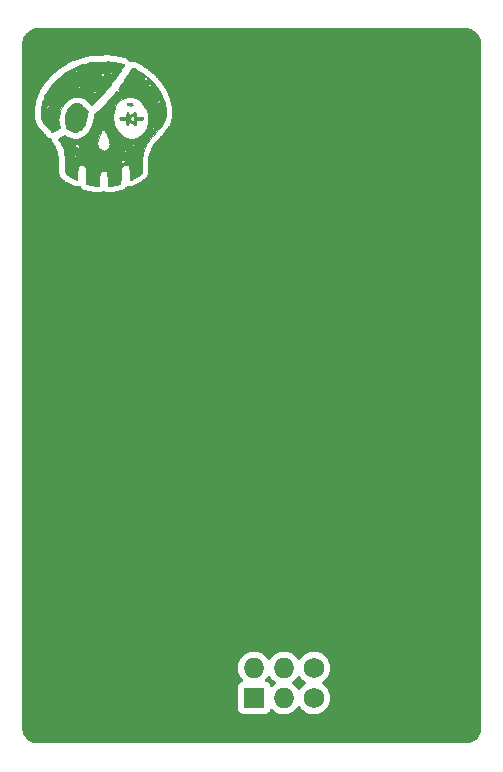
<source format=gbr>
%TF.GenerationSoftware,KiCad,Pcbnew,(6.0.7)*%
%TF.CreationDate,2022-09-06T18:29:53-05:00*%
%TF.ProjectId,BsidesKC 2022 Poster - Simple,42736964-6573-44b4-9320-323032322050,rev?*%
%TF.SameCoordinates,Original*%
%TF.FileFunction,Copper,L2,Bot*%
%TF.FilePolarity,Positive*%
%FSLAX46Y46*%
G04 Gerber Fmt 4.6, Leading zero omitted, Abs format (unit mm)*
G04 Created by KiCad (PCBNEW (6.0.7)) date 2022-09-06 18:29:53*
%MOMM*%
%LPD*%
G01*
G04 APERTURE LIST*
%TA.AperFunction,EtchedComponent*%
%ADD10C,0.010000*%
%TD*%
%TA.AperFunction,ComponentPad*%
%ADD11O,1.727200X1.727200*%
%TD*%
%TA.AperFunction,ComponentPad*%
%ADD12R,1.727200X1.727200*%
%TD*%
%TA.AperFunction,ComponentPad*%
%ADD13C,1.727200*%
%TD*%
G04 APERTURE END LIST*
%TO.C,G\u002A\u002A\u002A*%
G36*
X140895172Y-79994540D02*
G01*
X140981360Y-80113494D01*
X141121194Y-80306489D01*
X141227654Y-80488692D01*
X141292235Y-80599222D01*
X141331392Y-80682621D01*
X141337540Y-80697103D01*
X141406340Y-80859166D01*
X141485882Y-81062583D01*
X141555782Y-81256623D01*
X141558270Y-81263530D01*
X141565031Y-81283340D01*
X141620262Y-81449945D01*
X141658120Y-81583099D01*
X141681949Y-81705123D01*
X141693018Y-81817308D01*
X141695092Y-81838336D01*
X141697760Y-81915000D01*
X141700894Y-82005061D01*
X141702697Y-82227616D01*
X141702975Y-82307551D01*
X141701948Y-82473718D01*
X141699746Y-82518148D01*
X141694877Y-82616445D01*
X141678104Y-82737436D01*
X141677202Y-82743943D01*
X141644366Y-82864423D01*
X141591809Y-82986096D01*
X141514972Y-83117173D01*
X141452881Y-83204539D01*
X141409298Y-83265865D01*
X141369937Y-83315257D01*
X141270226Y-83440383D01*
X141121062Y-83616109D01*
X141093197Y-83648937D01*
X140873654Y-83899740D01*
X140607037Y-84201000D01*
X140568874Y-84244310D01*
X140388696Y-84459460D01*
X140357753Y-84496409D01*
X140288100Y-84591769D01*
X140201717Y-84710034D01*
X140193267Y-84721603D01*
X140063520Y-84939509D01*
X140034734Y-85001504D01*
X139956619Y-85169744D01*
X139860668Y-85431923D01*
X139854191Y-85451462D01*
X139853969Y-85452134D01*
X139822526Y-85549154D01*
X139804614Y-85604426D01*
X139798038Y-85627308D01*
X139768598Y-85729760D01*
X139743494Y-85845653D01*
X139726873Y-85969621D01*
X139723450Y-86018077D01*
X139717376Y-86104080D01*
X139716310Y-86119183D01*
X139710633Y-86276924D01*
X139709377Y-86311855D01*
X139703646Y-86565154D01*
X139703542Y-86569555D01*
X139703347Y-86577816D01*
X139698886Y-86767134D01*
X139692441Y-86979708D01*
X139685515Y-87156919D01*
X139678675Y-87284506D01*
X139672489Y-87348209D01*
X139669980Y-87354908D01*
X139619752Y-87408960D01*
X139518483Y-87487587D01*
X139381520Y-87581092D01*
X139224208Y-87679777D01*
X139061895Y-87773944D01*
X138909925Y-87853894D01*
X138783646Y-87909929D01*
X138676184Y-87950450D01*
X138676184Y-87478631D01*
X138675598Y-87388900D01*
X138663445Y-87127165D01*
X138632383Y-86932483D01*
X138578214Y-86797162D01*
X138496739Y-86713509D01*
X138383759Y-86673833D01*
X138235076Y-86670442D01*
X138214817Y-86672022D01*
X138114354Y-86690138D01*
X138052031Y-86737308D01*
X137995606Y-86835796D01*
X137983886Y-86861412D01*
X137956795Y-86941294D01*
X137936316Y-87044947D01*
X137920784Y-87185966D01*
X137908538Y-87377948D01*
X137897913Y-87634487D01*
X137875108Y-88279767D01*
X137738338Y-88315513D01*
X137665005Y-88333874D01*
X137520340Y-88368117D01*
X137367108Y-88402715D01*
X137264103Y-88422794D01*
X137101493Y-88446679D01*
X136970316Y-88457278D01*
X136807987Y-88460385D01*
X136794470Y-87921259D01*
X136788080Y-87720201D01*
X136777830Y-87544655D01*
X136762930Y-87421548D01*
X136741603Y-87336996D01*
X136712075Y-87277111D01*
X136653126Y-87208486D01*
X136530478Y-87143460D01*
X136395285Y-87142448D01*
X136265478Y-87203862D01*
X136158988Y-87326112D01*
X136157656Y-87328403D01*
X136124013Y-87397244D01*
X136101453Y-87477184D01*
X136087826Y-87584974D01*
X136080982Y-87737371D01*
X136078770Y-87951128D01*
X136077569Y-88440846D01*
X135921261Y-88450813D01*
X135869332Y-88450478D01*
X135731860Y-88436877D01*
X135558339Y-88409727D01*
X135374184Y-88372659D01*
X134983415Y-88284539D01*
X134982546Y-87639769D01*
X134981784Y-87463940D01*
X134978232Y-87259153D01*
X134970713Y-87110281D01*
X134958021Y-87004039D01*
X134938949Y-86927147D01*
X134912290Y-86866321D01*
X134886193Y-86831698D01*
X137464800Y-86831698D01*
X137464801Y-86832137D01*
X137487300Y-86858136D01*
X137551435Y-86822915D01*
X137653206Y-86728662D01*
X137691525Y-86686935D01*
X137745701Y-86615517D01*
X137757513Y-86577816D01*
X137753124Y-86576213D01*
X137707103Y-86598212D01*
X137633595Y-86653552D01*
X137554264Y-86723441D01*
X137490777Y-86789087D01*
X137464800Y-86831698D01*
X134886193Y-86831698D01*
X134841503Y-86772409D01*
X134715251Y-86691154D01*
X134573091Y-86665735D01*
X134469557Y-86690550D01*
X134435504Y-86698712D01*
X134322971Y-86792648D01*
X134307966Y-86813993D01*
X134278161Y-86871174D01*
X134257474Y-86946003D01*
X134243629Y-87053608D01*
X134234347Y-87209114D01*
X134227350Y-87427648D01*
X134219287Y-87649096D01*
X134206799Y-87820032D01*
X134190085Y-87919905D01*
X134168735Y-87952379D01*
X134167506Y-87952308D01*
X134114175Y-87931936D01*
X134008702Y-87880491D01*
X133865785Y-87805443D01*
X133700124Y-87714261D01*
X133605094Y-87660183D01*
X133441671Y-87561392D01*
X133331693Y-87483199D01*
X133263395Y-87416654D01*
X133225010Y-87352805D01*
X133224319Y-87351126D01*
X133201571Y-87257139D01*
X133185875Y-87101741D01*
X133176865Y-86879427D01*
X133174957Y-86670173D01*
X133800524Y-86670173D01*
X133809348Y-86689457D01*
X133862849Y-86730633D01*
X133921011Y-86715763D01*
X133940695Y-86690550D01*
X133936762Y-86642674D01*
X133866467Y-86623769D01*
X133819786Y-86633302D01*
X133800524Y-86670173D01*
X133174957Y-86670173D01*
X133174177Y-86584692D01*
X134729415Y-86584692D01*
X134729863Y-86593536D01*
X134746648Y-86623769D01*
X134752916Y-86621971D01*
X134788031Y-86584692D01*
X134794137Y-86569555D01*
X134770798Y-86545616D01*
X134759456Y-86547117D01*
X134729415Y-86584692D01*
X133174177Y-86584692D01*
X133172684Y-86414692D01*
X137546139Y-86414692D01*
X137560885Y-86464862D01*
X137581153Y-86484541D01*
X137652721Y-86505296D01*
X137678492Y-86503879D01*
X137692404Y-86489442D01*
X137643499Y-86447084D01*
X137631095Y-86439788D01*
X137886060Y-86439788D01*
X137928147Y-86489442D01*
X137950411Y-86515709D01*
X137981235Y-86534378D01*
X138019236Y-86537140D01*
X138071109Y-86504648D01*
X138158415Y-86427790D01*
X138244788Y-86340720D01*
X138278108Y-86276924D01*
X138243997Y-86242993D01*
X138141954Y-86233000D01*
X138050794Y-86243064D01*
X137945991Y-86289090D01*
X137911606Y-86330692D01*
X137887833Y-86359456D01*
X137886060Y-86439788D01*
X137631095Y-86439788D01*
X137582585Y-86411255D01*
X137546139Y-86414692D01*
X133172684Y-86414692D01*
X133172106Y-86348887D01*
X133171272Y-86330692D01*
X134690338Y-86330692D01*
X134709877Y-86350231D01*
X134729415Y-86330692D01*
X134709877Y-86311154D01*
X134690338Y-86330692D01*
X133171272Y-86330692D01*
X133156087Y-85999453D01*
X133151247Y-85958484D01*
X133914137Y-85958484D01*
X133923312Y-86013568D01*
X133986954Y-86037616D01*
X134032379Y-86044943D01*
X134065108Y-86076692D01*
X134066243Y-86086033D01*
X134104184Y-86115769D01*
X134121440Y-86115351D01*
X134139431Y-86104080D01*
X134132641Y-86061292D01*
X134118113Y-86018077D01*
X138598031Y-86018077D01*
X138617569Y-86037616D01*
X138637108Y-86018077D01*
X138617569Y-85998539D01*
X138598031Y-86018077D01*
X134118113Y-86018077D01*
X134100559Y-85965858D01*
X134075212Y-85902913D01*
X134038375Y-85866830D01*
X133983328Y-85883248D01*
X133960030Y-85897955D01*
X133914137Y-85958484D01*
X133151247Y-85958484D01*
X133120648Y-85699454D01*
X133104731Y-85627308D01*
X134104184Y-85627308D01*
X134123723Y-85646846D01*
X134143261Y-85627308D01*
X139106031Y-85627308D01*
X139125569Y-85646846D01*
X139145108Y-85627308D01*
X139125569Y-85607769D01*
X139106031Y-85627308D01*
X134143261Y-85627308D01*
X134123723Y-85607769D01*
X134104184Y-85627308D01*
X133104731Y-85627308D01*
X133096618Y-85590537D01*
X137582031Y-85590537D01*
X137583047Y-85594437D01*
X137621108Y-85607769D01*
X137631818Y-85606179D01*
X137660184Y-85566386D01*
X137657116Y-85552252D01*
X137621108Y-85549154D01*
X137609413Y-85557174D01*
X137582031Y-85590537D01*
X133096618Y-85590537D01*
X133078106Y-85506628D01*
X138175887Y-85506628D01*
X138205056Y-85550929D01*
X138267957Y-85562074D01*
X138308344Y-85549154D01*
X138988800Y-85549154D01*
X139008338Y-85568692D01*
X139027877Y-85549154D01*
X139008338Y-85529616D01*
X138988800Y-85549154D01*
X138308344Y-85549154D01*
X138334777Y-85540698D01*
X138375702Y-85487440D01*
X138381996Y-85456216D01*
X138370687Y-85431138D01*
X139153456Y-85431138D01*
X139155986Y-85456216D01*
X139158133Y-85477513D01*
X139169887Y-85483626D01*
X139184184Y-85451462D01*
X139181364Y-85430774D01*
X139158133Y-85425410D01*
X139153456Y-85431138D01*
X138370687Y-85431138D01*
X138365760Y-85420213D01*
X138292462Y-85419853D01*
X138219974Y-85443334D01*
X138177083Y-85491685D01*
X138175887Y-85506628D01*
X133078106Y-85506628D01*
X133061522Y-85431462D01*
X132974442Y-85178046D01*
X132904990Y-85028858D01*
X133937752Y-85028858D01*
X134016762Y-85107869D01*
X134029544Y-85119362D01*
X134129740Y-85177092D01*
X134251942Y-85215437D01*
X134346737Y-85228843D01*
X134391823Y-85219533D01*
X134395907Y-85181651D01*
X134390726Y-85152388D01*
X134380713Y-85071362D01*
X134352840Y-85021620D01*
X134283008Y-84961358D01*
X134228083Y-84931392D01*
X135910216Y-84931392D01*
X135945641Y-85071990D01*
X136015318Y-85181651D01*
X136026834Y-85199777D01*
X136155087Y-85328430D01*
X136276750Y-85409134D01*
X136446566Y-85452213D01*
X136613359Y-85426053D01*
X136762267Y-85333735D01*
X136878431Y-85178345D01*
X136923822Y-85068557D01*
X136950664Y-84904435D01*
X137797932Y-84904435D01*
X137803827Y-84966820D01*
X137807716Y-84975164D01*
X137853303Y-85013529D01*
X137907514Y-85019509D01*
X137933723Y-84987323D01*
X137933225Y-84981171D01*
X137908874Y-84940174D01*
X138793415Y-84940174D01*
X138812774Y-84987323D01*
X138818317Y-85000824D01*
X138891283Y-85055480D01*
X138979031Y-85069775D01*
X139049622Y-85046406D01*
X139057392Y-85001504D01*
X138994451Y-84929037D01*
X138971899Y-84912487D01*
X138894245Y-84888148D01*
X138823999Y-84897973D01*
X138793415Y-84940174D01*
X137908874Y-84940174D01*
X137902672Y-84929733D01*
X137848898Y-84890321D01*
X137805820Y-84889006D01*
X137802810Y-84894893D01*
X137797932Y-84904435D01*
X136950664Y-84904435D01*
X136952225Y-84894893D01*
X136944687Y-84818550D01*
X138012118Y-84818550D01*
X138039656Y-84826231D01*
X138074546Y-84812710D01*
X138134092Y-84757846D01*
X138160185Y-84723638D01*
X138162713Y-84710034D01*
X138109569Y-84746789D01*
X138055846Y-84785990D01*
X138015133Y-84815173D01*
X138012118Y-84818550D01*
X136944687Y-84818550D01*
X136932513Y-84695243D01*
X136897810Y-84571445D01*
X139974072Y-84571445D01*
X139978749Y-84617821D01*
X139990502Y-84623934D01*
X140004800Y-84591769D01*
X140001980Y-84571082D01*
X139978749Y-84565718D01*
X139974072Y-84571445D01*
X136897810Y-84571445D01*
X136869998Y-84472232D01*
X137503877Y-84472232D01*
X137507911Y-84493875D01*
X137547407Y-84533482D01*
X137596119Y-84525579D01*
X137606728Y-84513412D01*
X137616385Y-84459460D01*
X137562492Y-84435462D01*
X137535562Y-84439599D01*
X137503877Y-84472232D01*
X136869998Y-84472232D01*
X136864348Y-84452075D01*
X136762080Y-84174702D01*
X136711946Y-84064231D01*
X137308492Y-84064231D01*
X137328031Y-84083769D01*
X137347569Y-84064231D01*
X137328031Y-84044692D01*
X137308492Y-84064231D01*
X136711946Y-84064231D01*
X136660164Y-83950127D01*
X136564439Y-83797891D01*
X136473181Y-83715291D01*
X136384666Y-83699621D01*
X136379368Y-83700729D01*
X136341856Y-83716452D01*
X136305502Y-83752549D01*
X136264680Y-83819615D01*
X136213763Y-83928246D01*
X136147124Y-84089037D01*
X136059135Y-84312583D01*
X135971499Y-84557054D01*
X135919266Y-84764305D01*
X135914853Y-84845769D01*
X135910216Y-84931392D01*
X134228083Y-84931392D01*
X134215101Y-84924309D01*
X134153042Y-84923994D01*
X134063023Y-84964078D01*
X133937752Y-85028858D01*
X132904990Y-85028858D01*
X132855140Y-84921776D01*
X132812323Y-84845769D01*
X134065108Y-84845769D01*
X134084646Y-84865308D01*
X134104184Y-84845769D01*
X134084646Y-84826231D01*
X134065108Y-84845769D01*
X132812323Y-84845769D01*
X132699350Y-84645223D01*
X132579053Y-84444676D01*
X132877274Y-84303051D01*
X133175496Y-84161427D01*
X133378975Y-84277846D01*
X133390500Y-84284386D01*
X133672116Y-84408420D01*
X133949532Y-84458252D01*
X134234372Y-84436030D01*
X134436141Y-84383482D01*
X134746453Y-84242321D01*
X135013446Y-84038106D01*
X135235245Y-83773282D01*
X135409978Y-83450293D01*
X135535773Y-83071584D01*
X135610756Y-82639598D01*
X135615201Y-82599093D01*
X135634380Y-82474827D01*
X135638683Y-82463518D01*
X137258326Y-82463518D01*
X137264652Y-82805638D01*
X137324460Y-83126385D01*
X137367553Y-83256002D01*
X137501992Y-83543136D01*
X137678108Y-83810796D01*
X137883843Y-84044380D01*
X137907815Y-84064231D01*
X138107137Y-84229289D01*
X138335928Y-84350920D01*
X138653269Y-84435893D01*
X138959336Y-84446908D01*
X139247533Y-84381881D01*
X139517204Y-84240960D01*
X139563402Y-84201000D01*
X140356492Y-84201000D01*
X140363105Y-84218977D01*
X140415108Y-84240077D01*
X140442072Y-84235668D01*
X140473723Y-84201000D01*
X140467110Y-84183024D01*
X140415108Y-84161923D01*
X140388143Y-84166332D01*
X140356492Y-84201000D01*
X139563402Y-84201000D01*
X139767695Y-84024294D01*
X139802834Y-83986397D01*
X139974882Y-83766096D01*
X140032697Y-83653795D01*
X140494719Y-83653795D01*
X140500038Y-83690409D01*
X140530816Y-83656387D01*
X140530990Y-83656110D01*
X140584191Y-83632943D01*
X140675155Y-83635450D01*
X140735975Y-83639340D01*
X140778818Y-83616109D01*
X140758993Y-83570543D01*
X140676349Y-83517657D01*
X140624853Y-83479319D01*
X140588316Y-83380888D01*
X140582790Y-83351502D01*
X140563880Y-83378804D01*
X140558057Y-83397617D01*
X140533156Y-83478077D01*
X140523161Y-83517154D01*
X140514816Y-83549787D01*
X140494719Y-83653795D01*
X140032697Y-83653795D01*
X140095067Y-83532646D01*
X140099813Y-83517154D01*
X140395569Y-83517154D01*
X140415108Y-83536692D01*
X140434646Y-83517154D01*
X140415108Y-83497616D01*
X140395569Y-83517154D01*
X140099813Y-83517154D01*
X140129032Y-83421768D01*
X140395569Y-83421768D01*
X140396688Y-83430492D01*
X140434646Y-83458539D01*
X140453321Y-83451083D01*
X140473723Y-83397617D01*
X140468100Y-83369705D01*
X140434646Y-83360846D01*
X140423974Y-83368845D01*
X140395569Y-83421768D01*
X140129032Y-83421768D01*
X140158059Y-83327010D01*
X140832327Y-83327010D01*
X140864492Y-83341308D01*
X140885179Y-83338488D01*
X140890543Y-83315257D01*
X140884816Y-83310580D01*
X140838441Y-83315257D01*
X140832327Y-83327010D01*
X140158059Y-83327010D01*
X140180235Y-83254615D01*
X140190508Y-83204539D01*
X140590954Y-83204539D01*
X140610492Y-83224077D01*
X140630031Y-83204539D01*
X140610492Y-83185000D01*
X140590954Y-83204539D01*
X140190508Y-83204539D01*
X140205640Y-83130781D01*
X140237074Y-82737436D01*
X140217216Y-82555765D01*
X140561188Y-82555765D01*
X140562343Y-82642341D01*
X140569249Y-82677000D01*
X140592084Y-82645601D01*
X140608093Y-82569594D01*
X140612256Y-82483447D01*
X140604873Y-82445083D01*
X141303919Y-82445083D01*
X141313877Y-82481616D01*
X141315148Y-82483447D01*
X141321905Y-82493183D01*
X141357566Y-82520692D01*
X141362911Y-82518148D01*
X141352954Y-82481616D01*
X141344925Y-82470048D01*
X141309264Y-82442539D01*
X141303919Y-82445083D01*
X140604873Y-82445083D01*
X140600367Y-82421669D01*
X140591554Y-82409595D01*
X140572245Y-82426743D01*
X140562245Y-82520839D01*
X140561188Y-82555765D01*
X140217216Y-82555765D01*
X140195068Y-82353152D01*
X140082160Y-81987129D01*
X140016378Y-81864266D01*
X140203139Y-81864266D01*
X140223354Y-81934874D01*
X140242600Y-81975489D01*
X140267696Y-81991212D01*
X140305807Y-81938724D01*
X140313418Y-81926158D01*
X140323130Y-81895462D01*
X140942646Y-81895462D01*
X140949259Y-81913438D01*
X141001261Y-81934539D01*
X141028226Y-81930130D01*
X141042039Y-81915000D01*
X141098954Y-81915000D01*
X141118492Y-81934539D01*
X141138031Y-81915000D01*
X141118492Y-81895462D01*
X141098954Y-81915000D01*
X141042039Y-81915000D01*
X141059877Y-81895462D01*
X141053264Y-81877485D01*
X141001261Y-81856385D01*
X140974297Y-81860793D01*
X140965728Y-81870178D01*
X140942646Y-81895462D01*
X140323130Y-81895462D01*
X140331129Y-81870178D01*
X140290445Y-81839402D01*
X140256600Y-81830152D01*
X140207991Y-81835552D01*
X140203139Y-81864266D01*
X140016378Y-81864266D01*
X139991236Y-81817308D01*
X140493261Y-81817308D01*
X140501260Y-81827980D01*
X140554183Y-81856385D01*
X140562907Y-81855266D01*
X140590954Y-81817308D01*
X140583498Y-81798633D01*
X140530032Y-81778231D01*
X140502120Y-81783854D01*
X140493261Y-81817308D01*
X139991236Y-81817308D01*
X139900889Y-81648565D01*
X139653793Y-81346657D01*
X139646506Y-81339378D01*
X139580787Y-81286070D01*
X140960643Y-81286070D01*
X140961127Y-81346673D01*
X140970533Y-81359968D01*
X141030086Y-81384079D01*
X141108808Y-81332948D01*
X141162703Y-81302943D01*
X141267907Y-81298426D01*
X141277777Y-81300221D01*
X141351442Y-81299419D01*
X141372492Y-81256623D01*
X141367138Y-81224224D01*
X141317554Y-81163474D01*
X141242540Y-81142595D01*
X141175558Y-81174845D01*
X141174950Y-81175138D01*
X141138705Y-81205225D01*
X141076012Y-81215717D01*
X141067078Y-81213160D01*
X141005366Y-81230844D01*
X140960643Y-81286070D01*
X139580787Y-81286070D01*
X139442566Y-81173953D01*
X140493938Y-81173953D01*
X140534537Y-81207052D01*
X140583803Y-81224426D01*
X140622613Y-81222398D01*
X140630031Y-81174845D01*
X140621121Y-81127725D01*
X140576372Y-81094842D01*
X140516230Y-81129328D01*
X140493938Y-81173953D01*
X139442566Y-81173953D01*
X139384069Y-81126503D01*
X139102427Y-80983471D01*
X138810755Y-80909431D01*
X138518228Y-80903532D01*
X138234021Y-80964924D01*
X137967308Y-81092754D01*
X137727264Y-81286171D01*
X137523065Y-81544325D01*
X137395050Y-81803402D01*
X137302716Y-82122087D01*
X137258326Y-82463518D01*
X135638683Y-82463518D01*
X135667420Y-82387993D01*
X135729661Y-82309374D01*
X135836444Y-82209752D01*
X135991607Y-82066187D01*
X136226180Y-81836409D01*
X136480727Y-81575699D01*
X136739641Y-81300703D01*
X136987312Y-81028069D01*
X137208132Y-80774447D01*
X137261805Y-80708856D01*
X140128943Y-80708856D01*
X140161108Y-80723154D01*
X140181795Y-80720334D01*
X140187159Y-80697103D01*
X140181431Y-80692426D01*
X140135056Y-80697103D01*
X140128943Y-80708856D01*
X137261805Y-80708856D01*
X137386492Y-80556483D01*
X137402477Y-80536294D01*
X137486152Y-80440474D01*
X137548824Y-80384800D01*
X137577967Y-80380769D01*
X137632437Y-80454207D01*
X137728569Y-80488094D01*
X137755519Y-80468369D01*
X137981149Y-80468369D01*
X137985826Y-80514744D01*
X137997579Y-80520857D01*
X138011877Y-80488692D01*
X138009057Y-80468005D01*
X137985826Y-80462641D01*
X137981149Y-80468369D01*
X137755519Y-80468369D01*
X137766056Y-80460657D01*
X137776077Y-80392535D01*
X137758284Y-80315662D01*
X137714649Y-80262066D01*
X137703390Y-80253309D01*
X137695949Y-80222794D01*
X137715770Y-80168602D01*
X137768152Y-80081322D01*
X137808722Y-80022976D01*
X140122031Y-80022976D01*
X140122098Y-80024337D01*
X140151852Y-80030503D01*
X140219421Y-79996835D01*
X140288894Y-79965133D01*
X140366234Y-79956482D01*
X140415626Y-79976509D01*
X140413632Y-80022157D01*
X140397971Y-80037912D01*
X140335858Y-80044295D01*
X140307837Y-80040482D01*
X140244704Y-80071826D01*
X140233719Y-80093149D01*
X140262767Y-80113422D01*
X140359078Y-80119238D01*
X140391666Y-80119107D01*
X140478120Y-80117118D01*
X140512800Y-80113494D01*
X140510522Y-80105436D01*
X140490205Y-80044883D01*
X140455675Y-79945840D01*
X140442798Y-79905748D01*
X140418956Y-79793640D01*
X140419549Y-79716235D01*
X140427499Y-79689925D01*
X140428627Y-79670323D01*
X140396578Y-79716923D01*
X140345524Y-79760437D01*
X140252301Y-79785308D01*
X140225739Y-79786023D01*
X140171988Y-79805267D01*
X140172420Y-79863423D01*
X140177656Y-79912880D01*
X140157439Y-79963421D01*
X140150268Y-79968635D01*
X140122031Y-80022976D01*
X137808722Y-80022976D01*
X137858392Y-79951544D01*
X137991791Y-79769858D01*
X138134566Y-79572691D01*
X138207261Y-79572691D01*
X138207642Y-79578154D01*
X138230262Y-79586759D01*
X138269608Y-79544809D01*
X138279116Y-79522971D01*
X138252376Y-79527576D01*
X138235017Y-79539639D01*
X138207261Y-79572691D01*
X138134566Y-79572691D01*
X138141530Y-79563074D01*
X138299644Y-79335923D01*
X138363569Y-79335923D01*
X138383108Y-79355462D01*
X138402646Y-79335923D01*
X138383108Y-79316385D01*
X138363569Y-79335923D01*
X138299644Y-79335923D01*
X138308646Y-79322991D01*
X138379778Y-79217162D01*
X139801572Y-79217162D01*
X139806973Y-79251419D01*
X139825979Y-79277958D01*
X139841806Y-79335923D01*
X139848492Y-79360415D01*
X139849130Y-79367596D01*
X139888972Y-79430499D01*
X139971727Y-79489369D01*
X140009294Y-79507495D01*
X140049463Y-79522971D01*
X140106647Y-79545003D01*
X140148191Y-79542617D01*
X140128451Y-79499967D01*
X140108767Y-79460243D01*
X140105999Y-79372967D01*
X140111734Y-79341978D01*
X140091079Y-79244508D01*
X140014060Y-79187675D01*
X139894730Y-79184045D01*
X139867475Y-79190015D01*
X139801572Y-79217162D01*
X138379778Y-79217162D01*
X138468691Y-79084880D01*
X138545925Y-78964692D01*
X139477261Y-78964692D01*
X139485282Y-78976387D01*
X139518645Y-79003769D01*
X139522544Y-79002753D01*
X139535877Y-78964692D01*
X139534287Y-78953982D01*
X139494494Y-78925616D01*
X139480360Y-78928684D01*
X139477261Y-78964692D01*
X138545925Y-78964692D01*
X138601236Y-78878619D01*
X138620305Y-78847929D01*
X138719930Y-78688466D01*
X138803199Y-78556596D01*
X138861877Y-78465288D01*
X138887727Y-78427509D01*
X138900137Y-78425529D01*
X138969098Y-78448420D01*
X139083825Y-78502857D01*
X139230681Y-78581151D01*
X139396025Y-78675618D01*
X139566220Y-78778570D01*
X139727626Y-78882321D01*
X139845812Y-78964692D01*
X139866605Y-78979184D01*
X140032513Y-79108506D01*
X140336302Y-79379038D01*
X140495286Y-79542617D01*
X140628698Y-79679886D01*
X140895172Y-79994540D01*
G37*
D10*
X140895172Y-79994540D02*
X140981360Y-80113494D01*
X141121194Y-80306489D01*
X141227654Y-80488692D01*
X141292235Y-80599222D01*
X141331392Y-80682621D01*
X141337540Y-80697103D01*
X141406340Y-80859166D01*
X141485882Y-81062583D01*
X141555782Y-81256623D01*
X141558270Y-81263530D01*
X141565031Y-81283340D01*
X141620262Y-81449945D01*
X141658120Y-81583099D01*
X141681949Y-81705123D01*
X141693018Y-81817308D01*
X141695092Y-81838336D01*
X141697760Y-81915000D01*
X141700894Y-82005061D01*
X141702697Y-82227616D01*
X141702975Y-82307551D01*
X141701948Y-82473718D01*
X141699746Y-82518148D01*
X141694877Y-82616445D01*
X141678104Y-82737436D01*
X141677202Y-82743943D01*
X141644366Y-82864423D01*
X141591809Y-82986096D01*
X141514972Y-83117173D01*
X141452881Y-83204539D01*
X141409298Y-83265865D01*
X141369937Y-83315257D01*
X141270226Y-83440383D01*
X141121062Y-83616109D01*
X141093197Y-83648937D01*
X140873654Y-83899740D01*
X140607037Y-84201000D01*
X140568874Y-84244310D01*
X140388696Y-84459460D01*
X140357753Y-84496409D01*
X140288100Y-84591769D01*
X140201717Y-84710034D01*
X140193267Y-84721603D01*
X140063520Y-84939509D01*
X140034734Y-85001504D01*
X139956619Y-85169744D01*
X139860668Y-85431923D01*
X139854191Y-85451462D01*
X139853969Y-85452134D01*
X139822526Y-85549154D01*
X139804614Y-85604426D01*
X139798038Y-85627308D01*
X139768598Y-85729760D01*
X139743494Y-85845653D01*
X139726873Y-85969621D01*
X139723450Y-86018077D01*
X139717376Y-86104080D01*
X139716310Y-86119183D01*
X139710633Y-86276924D01*
X139709377Y-86311855D01*
X139703646Y-86565154D01*
X139703542Y-86569555D01*
X139703347Y-86577816D01*
X139698886Y-86767134D01*
X139692441Y-86979708D01*
X139685515Y-87156919D01*
X139678675Y-87284506D01*
X139672489Y-87348209D01*
X139669980Y-87354908D01*
X139619752Y-87408960D01*
X139518483Y-87487587D01*
X139381520Y-87581092D01*
X139224208Y-87679777D01*
X139061895Y-87773944D01*
X138909925Y-87853894D01*
X138783646Y-87909929D01*
X138676184Y-87950450D01*
X138676184Y-87478631D01*
X138675598Y-87388900D01*
X138663445Y-87127165D01*
X138632383Y-86932483D01*
X138578214Y-86797162D01*
X138496739Y-86713509D01*
X138383759Y-86673833D01*
X138235076Y-86670442D01*
X138214817Y-86672022D01*
X138114354Y-86690138D01*
X138052031Y-86737308D01*
X137995606Y-86835796D01*
X137983886Y-86861412D01*
X137956795Y-86941294D01*
X137936316Y-87044947D01*
X137920784Y-87185966D01*
X137908538Y-87377948D01*
X137897913Y-87634487D01*
X137875108Y-88279767D01*
X137738338Y-88315513D01*
X137665005Y-88333874D01*
X137520340Y-88368117D01*
X137367108Y-88402715D01*
X137264103Y-88422794D01*
X137101493Y-88446679D01*
X136970316Y-88457278D01*
X136807987Y-88460385D01*
X136794470Y-87921259D01*
X136788080Y-87720201D01*
X136777830Y-87544655D01*
X136762930Y-87421548D01*
X136741603Y-87336996D01*
X136712075Y-87277111D01*
X136653126Y-87208486D01*
X136530478Y-87143460D01*
X136395285Y-87142448D01*
X136265478Y-87203862D01*
X136158988Y-87326112D01*
X136157656Y-87328403D01*
X136124013Y-87397244D01*
X136101453Y-87477184D01*
X136087826Y-87584974D01*
X136080982Y-87737371D01*
X136078770Y-87951128D01*
X136077569Y-88440846D01*
X135921261Y-88450813D01*
X135869332Y-88450478D01*
X135731860Y-88436877D01*
X135558339Y-88409727D01*
X135374184Y-88372659D01*
X134983415Y-88284539D01*
X134982546Y-87639769D01*
X134981784Y-87463940D01*
X134978232Y-87259153D01*
X134970713Y-87110281D01*
X134958021Y-87004039D01*
X134938949Y-86927147D01*
X134912290Y-86866321D01*
X134886193Y-86831698D01*
X137464800Y-86831698D01*
X137464801Y-86832137D01*
X137487300Y-86858136D01*
X137551435Y-86822915D01*
X137653206Y-86728662D01*
X137691525Y-86686935D01*
X137745701Y-86615517D01*
X137757513Y-86577816D01*
X137753124Y-86576213D01*
X137707103Y-86598212D01*
X137633595Y-86653552D01*
X137554264Y-86723441D01*
X137490777Y-86789087D01*
X137464800Y-86831698D01*
X134886193Y-86831698D01*
X134841503Y-86772409D01*
X134715251Y-86691154D01*
X134573091Y-86665735D01*
X134469557Y-86690550D01*
X134435504Y-86698712D01*
X134322971Y-86792648D01*
X134307966Y-86813993D01*
X134278161Y-86871174D01*
X134257474Y-86946003D01*
X134243629Y-87053608D01*
X134234347Y-87209114D01*
X134227350Y-87427648D01*
X134219287Y-87649096D01*
X134206799Y-87820032D01*
X134190085Y-87919905D01*
X134168735Y-87952379D01*
X134167506Y-87952308D01*
X134114175Y-87931936D01*
X134008702Y-87880491D01*
X133865785Y-87805443D01*
X133700124Y-87714261D01*
X133605094Y-87660183D01*
X133441671Y-87561392D01*
X133331693Y-87483199D01*
X133263395Y-87416654D01*
X133225010Y-87352805D01*
X133224319Y-87351126D01*
X133201571Y-87257139D01*
X133185875Y-87101741D01*
X133176865Y-86879427D01*
X133174957Y-86670173D01*
X133800524Y-86670173D01*
X133809348Y-86689457D01*
X133862849Y-86730633D01*
X133921011Y-86715763D01*
X133940695Y-86690550D01*
X133936762Y-86642674D01*
X133866467Y-86623769D01*
X133819786Y-86633302D01*
X133800524Y-86670173D01*
X133174957Y-86670173D01*
X133174177Y-86584692D01*
X134729415Y-86584692D01*
X134729863Y-86593536D01*
X134746648Y-86623769D01*
X134752916Y-86621971D01*
X134788031Y-86584692D01*
X134794137Y-86569555D01*
X134770798Y-86545616D01*
X134759456Y-86547117D01*
X134729415Y-86584692D01*
X133174177Y-86584692D01*
X133172684Y-86414692D01*
X137546139Y-86414692D01*
X137560885Y-86464862D01*
X137581153Y-86484541D01*
X137652721Y-86505296D01*
X137678492Y-86503879D01*
X137692404Y-86489442D01*
X137643499Y-86447084D01*
X137631095Y-86439788D01*
X137886060Y-86439788D01*
X137928147Y-86489442D01*
X137950411Y-86515709D01*
X137981235Y-86534378D01*
X138019236Y-86537140D01*
X138071109Y-86504648D01*
X138158415Y-86427790D01*
X138244788Y-86340720D01*
X138278108Y-86276924D01*
X138243997Y-86242993D01*
X138141954Y-86233000D01*
X138050794Y-86243064D01*
X137945991Y-86289090D01*
X137911606Y-86330692D01*
X137887833Y-86359456D01*
X137886060Y-86439788D01*
X137631095Y-86439788D01*
X137582585Y-86411255D01*
X137546139Y-86414692D01*
X133172684Y-86414692D01*
X133172106Y-86348887D01*
X133171272Y-86330692D01*
X134690338Y-86330692D01*
X134709877Y-86350231D01*
X134729415Y-86330692D01*
X134709877Y-86311154D01*
X134690338Y-86330692D01*
X133171272Y-86330692D01*
X133156087Y-85999453D01*
X133151247Y-85958484D01*
X133914137Y-85958484D01*
X133923312Y-86013568D01*
X133986954Y-86037616D01*
X134032379Y-86044943D01*
X134065108Y-86076692D01*
X134066243Y-86086033D01*
X134104184Y-86115769D01*
X134121440Y-86115351D01*
X134139431Y-86104080D01*
X134132641Y-86061292D01*
X134118113Y-86018077D01*
X138598031Y-86018077D01*
X138617569Y-86037616D01*
X138637108Y-86018077D01*
X138617569Y-85998539D01*
X138598031Y-86018077D01*
X134118113Y-86018077D01*
X134100559Y-85965858D01*
X134075212Y-85902913D01*
X134038375Y-85866830D01*
X133983328Y-85883248D01*
X133960030Y-85897955D01*
X133914137Y-85958484D01*
X133151247Y-85958484D01*
X133120648Y-85699454D01*
X133104731Y-85627308D01*
X134104184Y-85627308D01*
X134123723Y-85646846D01*
X134143261Y-85627308D01*
X139106031Y-85627308D01*
X139125569Y-85646846D01*
X139145108Y-85627308D01*
X139125569Y-85607769D01*
X139106031Y-85627308D01*
X134143261Y-85627308D01*
X134123723Y-85607769D01*
X134104184Y-85627308D01*
X133104731Y-85627308D01*
X133096618Y-85590537D01*
X137582031Y-85590537D01*
X137583047Y-85594437D01*
X137621108Y-85607769D01*
X137631818Y-85606179D01*
X137660184Y-85566386D01*
X137657116Y-85552252D01*
X137621108Y-85549154D01*
X137609413Y-85557174D01*
X137582031Y-85590537D01*
X133096618Y-85590537D01*
X133078106Y-85506628D01*
X138175887Y-85506628D01*
X138205056Y-85550929D01*
X138267957Y-85562074D01*
X138308344Y-85549154D01*
X138988800Y-85549154D01*
X139008338Y-85568692D01*
X139027877Y-85549154D01*
X139008338Y-85529616D01*
X138988800Y-85549154D01*
X138308344Y-85549154D01*
X138334777Y-85540698D01*
X138375702Y-85487440D01*
X138381996Y-85456216D01*
X138370687Y-85431138D01*
X139153456Y-85431138D01*
X139155986Y-85456216D01*
X139158133Y-85477513D01*
X139169887Y-85483626D01*
X139184184Y-85451462D01*
X139181364Y-85430774D01*
X139158133Y-85425410D01*
X139153456Y-85431138D01*
X138370687Y-85431138D01*
X138365760Y-85420213D01*
X138292462Y-85419853D01*
X138219974Y-85443334D01*
X138177083Y-85491685D01*
X138175887Y-85506628D01*
X133078106Y-85506628D01*
X133061522Y-85431462D01*
X132974442Y-85178046D01*
X132904990Y-85028858D01*
X133937752Y-85028858D01*
X134016762Y-85107869D01*
X134029544Y-85119362D01*
X134129740Y-85177092D01*
X134251942Y-85215437D01*
X134346737Y-85228843D01*
X134391823Y-85219533D01*
X134395907Y-85181651D01*
X134390726Y-85152388D01*
X134380713Y-85071362D01*
X134352840Y-85021620D01*
X134283008Y-84961358D01*
X134228083Y-84931392D01*
X135910216Y-84931392D01*
X135945641Y-85071990D01*
X136015318Y-85181651D01*
X136026834Y-85199777D01*
X136155087Y-85328430D01*
X136276750Y-85409134D01*
X136446566Y-85452213D01*
X136613359Y-85426053D01*
X136762267Y-85333735D01*
X136878431Y-85178345D01*
X136923822Y-85068557D01*
X136950664Y-84904435D01*
X137797932Y-84904435D01*
X137803827Y-84966820D01*
X137807716Y-84975164D01*
X137853303Y-85013529D01*
X137907514Y-85019509D01*
X137933723Y-84987323D01*
X137933225Y-84981171D01*
X137908874Y-84940174D01*
X138793415Y-84940174D01*
X138812774Y-84987323D01*
X138818317Y-85000824D01*
X138891283Y-85055480D01*
X138979031Y-85069775D01*
X139049622Y-85046406D01*
X139057392Y-85001504D01*
X138994451Y-84929037D01*
X138971899Y-84912487D01*
X138894245Y-84888148D01*
X138823999Y-84897973D01*
X138793415Y-84940174D01*
X137908874Y-84940174D01*
X137902672Y-84929733D01*
X137848898Y-84890321D01*
X137805820Y-84889006D01*
X137802810Y-84894893D01*
X137797932Y-84904435D01*
X136950664Y-84904435D01*
X136952225Y-84894893D01*
X136944687Y-84818550D01*
X138012118Y-84818550D01*
X138039656Y-84826231D01*
X138074546Y-84812710D01*
X138134092Y-84757846D01*
X138160185Y-84723638D01*
X138162713Y-84710034D01*
X138109569Y-84746789D01*
X138055846Y-84785990D01*
X138015133Y-84815173D01*
X138012118Y-84818550D01*
X136944687Y-84818550D01*
X136932513Y-84695243D01*
X136897810Y-84571445D01*
X139974072Y-84571445D01*
X139978749Y-84617821D01*
X139990502Y-84623934D01*
X140004800Y-84591769D01*
X140001980Y-84571082D01*
X139978749Y-84565718D01*
X139974072Y-84571445D01*
X136897810Y-84571445D01*
X136869998Y-84472232D01*
X137503877Y-84472232D01*
X137507911Y-84493875D01*
X137547407Y-84533482D01*
X137596119Y-84525579D01*
X137606728Y-84513412D01*
X137616385Y-84459460D01*
X137562492Y-84435462D01*
X137535562Y-84439599D01*
X137503877Y-84472232D01*
X136869998Y-84472232D01*
X136864348Y-84452075D01*
X136762080Y-84174702D01*
X136711946Y-84064231D01*
X137308492Y-84064231D01*
X137328031Y-84083769D01*
X137347569Y-84064231D01*
X137328031Y-84044692D01*
X137308492Y-84064231D01*
X136711946Y-84064231D01*
X136660164Y-83950127D01*
X136564439Y-83797891D01*
X136473181Y-83715291D01*
X136384666Y-83699621D01*
X136379368Y-83700729D01*
X136341856Y-83716452D01*
X136305502Y-83752549D01*
X136264680Y-83819615D01*
X136213763Y-83928246D01*
X136147124Y-84089037D01*
X136059135Y-84312583D01*
X135971499Y-84557054D01*
X135919266Y-84764305D01*
X135914853Y-84845769D01*
X135910216Y-84931392D01*
X134228083Y-84931392D01*
X134215101Y-84924309D01*
X134153042Y-84923994D01*
X134063023Y-84964078D01*
X133937752Y-85028858D01*
X132904990Y-85028858D01*
X132855140Y-84921776D01*
X132812323Y-84845769D01*
X134065108Y-84845769D01*
X134084646Y-84865308D01*
X134104184Y-84845769D01*
X134084646Y-84826231D01*
X134065108Y-84845769D01*
X132812323Y-84845769D01*
X132699350Y-84645223D01*
X132579053Y-84444676D01*
X132877274Y-84303051D01*
X133175496Y-84161427D01*
X133378975Y-84277846D01*
X133390500Y-84284386D01*
X133672116Y-84408420D01*
X133949532Y-84458252D01*
X134234372Y-84436030D01*
X134436141Y-84383482D01*
X134746453Y-84242321D01*
X135013446Y-84038106D01*
X135235245Y-83773282D01*
X135409978Y-83450293D01*
X135535773Y-83071584D01*
X135610756Y-82639598D01*
X135615201Y-82599093D01*
X135634380Y-82474827D01*
X135638683Y-82463518D01*
X137258326Y-82463518D01*
X137264652Y-82805638D01*
X137324460Y-83126385D01*
X137367553Y-83256002D01*
X137501992Y-83543136D01*
X137678108Y-83810796D01*
X137883843Y-84044380D01*
X137907815Y-84064231D01*
X138107137Y-84229289D01*
X138335928Y-84350920D01*
X138653269Y-84435893D01*
X138959336Y-84446908D01*
X139247533Y-84381881D01*
X139517204Y-84240960D01*
X139563402Y-84201000D01*
X140356492Y-84201000D01*
X140363105Y-84218977D01*
X140415108Y-84240077D01*
X140442072Y-84235668D01*
X140473723Y-84201000D01*
X140467110Y-84183024D01*
X140415108Y-84161923D01*
X140388143Y-84166332D01*
X140356492Y-84201000D01*
X139563402Y-84201000D01*
X139767695Y-84024294D01*
X139802834Y-83986397D01*
X139974882Y-83766096D01*
X140032697Y-83653795D01*
X140494719Y-83653795D01*
X140500038Y-83690409D01*
X140530816Y-83656387D01*
X140530990Y-83656110D01*
X140584191Y-83632943D01*
X140675155Y-83635450D01*
X140735975Y-83639340D01*
X140778818Y-83616109D01*
X140758993Y-83570543D01*
X140676349Y-83517657D01*
X140624853Y-83479319D01*
X140588316Y-83380888D01*
X140582790Y-83351502D01*
X140563880Y-83378804D01*
X140558057Y-83397617D01*
X140533156Y-83478077D01*
X140523161Y-83517154D01*
X140514816Y-83549787D01*
X140494719Y-83653795D01*
X140032697Y-83653795D01*
X140095067Y-83532646D01*
X140099813Y-83517154D01*
X140395569Y-83517154D01*
X140415108Y-83536692D01*
X140434646Y-83517154D01*
X140415108Y-83497616D01*
X140395569Y-83517154D01*
X140099813Y-83517154D01*
X140129032Y-83421768D01*
X140395569Y-83421768D01*
X140396688Y-83430492D01*
X140434646Y-83458539D01*
X140453321Y-83451083D01*
X140473723Y-83397617D01*
X140468100Y-83369705D01*
X140434646Y-83360846D01*
X140423974Y-83368845D01*
X140395569Y-83421768D01*
X140129032Y-83421768D01*
X140158059Y-83327010D01*
X140832327Y-83327010D01*
X140864492Y-83341308D01*
X140885179Y-83338488D01*
X140890543Y-83315257D01*
X140884816Y-83310580D01*
X140838441Y-83315257D01*
X140832327Y-83327010D01*
X140158059Y-83327010D01*
X140180235Y-83254615D01*
X140190508Y-83204539D01*
X140590954Y-83204539D01*
X140610492Y-83224077D01*
X140630031Y-83204539D01*
X140610492Y-83185000D01*
X140590954Y-83204539D01*
X140190508Y-83204539D01*
X140205640Y-83130781D01*
X140237074Y-82737436D01*
X140217216Y-82555765D01*
X140561188Y-82555765D01*
X140562343Y-82642341D01*
X140569249Y-82677000D01*
X140592084Y-82645601D01*
X140608093Y-82569594D01*
X140612256Y-82483447D01*
X140604873Y-82445083D01*
X141303919Y-82445083D01*
X141313877Y-82481616D01*
X141315148Y-82483447D01*
X141321905Y-82493183D01*
X141357566Y-82520692D01*
X141362911Y-82518148D01*
X141352954Y-82481616D01*
X141344925Y-82470048D01*
X141309264Y-82442539D01*
X141303919Y-82445083D01*
X140604873Y-82445083D01*
X140600367Y-82421669D01*
X140591554Y-82409595D01*
X140572245Y-82426743D01*
X140562245Y-82520839D01*
X140561188Y-82555765D01*
X140217216Y-82555765D01*
X140195068Y-82353152D01*
X140082160Y-81987129D01*
X140016378Y-81864266D01*
X140203139Y-81864266D01*
X140223354Y-81934874D01*
X140242600Y-81975489D01*
X140267696Y-81991212D01*
X140305807Y-81938724D01*
X140313418Y-81926158D01*
X140323130Y-81895462D01*
X140942646Y-81895462D01*
X140949259Y-81913438D01*
X141001261Y-81934539D01*
X141028226Y-81930130D01*
X141042039Y-81915000D01*
X141098954Y-81915000D01*
X141118492Y-81934539D01*
X141138031Y-81915000D01*
X141118492Y-81895462D01*
X141098954Y-81915000D01*
X141042039Y-81915000D01*
X141059877Y-81895462D01*
X141053264Y-81877485D01*
X141001261Y-81856385D01*
X140974297Y-81860793D01*
X140965728Y-81870178D01*
X140942646Y-81895462D01*
X140323130Y-81895462D01*
X140331129Y-81870178D01*
X140290445Y-81839402D01*
X140256600Y-81830152D01*
X140207991Y-81835552D01*
X140203139Y-81864266D01*
X140016378Y-81864266D01*
X139991236Y-81817308D01*
X140493261Y-81817308D01*
X140501260Y-81827980D01*
X140554183Y-81856385D01*
X140562907Y-81855266D01*
X140590954Y-81817308D01*
X140583498Y-81798633D01*
X140530032Y-81778231D01*
X140502120Y-81783854D01*
X140493261Y-81817308D01*
X139991236Y-81817308D01*
X139900889Y-81648565D01*
X139653793Y-81346657D01*
X139646506Y-81339378D01*
X139580787Y-81286070D01*
X140960643Y-81286070D01*
X140961127Y-81346673D01*
X140970533Y-81359968D01*
X141030086Y-81384079D01*
X141108808Y-81332948D01*
X141162703Y-81302943D01*
X141267907Y-81298426D01*
X141277777Y-81300221D01*
X141351442Y-81299419D01*
X141372492Y-81256623D01*
X141367138Y-81224224D01*
X141317554Y-81163474D01*
X141242540Y-81142595D01*
X141175558Y-81174845D01*
X141174950Y-81175138D01*
X141138705Y-81205225D01*
X141076012Y-81215717D01*
X141067078Y-81213160D01*
X141005366Y-81230844D01*
X140960643Y-81286070D01*
X139580787Y-81286070D01*
X139442566Y-81173953D01*
X140493938Y-81173953D01*
X140534537Y-81207052D01*
X140583803Y-81224426D01*
X140622613Y-81222398D01*
X140630031Y-81174845D01*
X140621121Y-81127725D01*
X140576372Y-81094842D01*
X140516230Y-81129328D01*
X140493938Y-81173953D01*
X139442566Y-81173953D01*
X139384069Y-81126503D01*
X139102427Y-80983471D01*
X138810755Y-80909431D01*
X138518228Y-80903532D01*
X138234021Y-80964924D01*
X137967308Y-81092754D01*
X137727264Y-81286171D01*
X137523065Y-81544325D01*
X137395050Y-81803402D01*
X137302716Y-82122087D01*
X137258326Y-82463518D01*
X135638683Y-82463518D01*
X135667420Y-82387993D01*
X135729661Y-82309374D01*
X135836444Y-82209752D01*
X135991607Y-82066187D01*
X136226180Y-81836409D01*
X136480727Y-81575699D01*
X136739641Y-81300703D01*
X136987312Y-81028069D01*
X137208132Y-80774447D01*
X137261805Y-80708856D01*
X140128943Y-80708856D01*
X140161108Y-80723154D01*
X140181795Y-80720334D01*
X140187159Y-80697103D01*
X140181431Y-80692426D01*
X140135056Y-80697103D01*
X140128943Y-80708856D01*
X137261805Y-80708856D01*
X137386492Y-80556483D01*
X137402477Y-80536294D01*
X137486152Y-80440474D01*
X137548824Y-80384800D01*
X137577967Y-80380769D01*
X137632437Y-80454207D01*
X137728569Y-80488094D01*
X137755519Y-80468369D01*
X137981149Y-80468369D01*
X137985826Y-80514744D01*
X137997579Y-80520857D01*
X138011877Y-80488692D01*
X138009057Y-80468005D01*
X137985826Y-80462641D01*
X137981149Y-80468369D01*
X137755519Y-80468369D01*
X137766056Y-80460657D01*
X137776077Y-80392535D01*
X137758284Y-80315662D01*
X137714649Y-80262066D01*
X137703390Y-80253309D01*
X137695949Y-80222794D01*
X137715770Y-80168602D01*
X137768152Y-80081322D01*
X137808722Y-80022976D01*
X140122031Y-80022976D01*
X140122098Y-80024337D01*
X140151852Y-80030503D01*
X140219421Y-79996835D01*
X140288894Y-79965133D01*
X140366234Y-79956482D01*
X140415626Y-79976509D01*
X140413632Y-80022157D01*
X140397971Y-80037912D01*
X140335858Y-80044295D01*
X140307837Y-80040482D01*
X140244704Y-80071826D01*
X140233719Y-80093149D01*
X140262767Y-80113422D01*
X140359078Y-80119238D01*
X140391666Y-80119107D01*
X140478120Y-80117118D01*
X140512800Y-80113494D01*
X140510522Y-80105436D01*
X140490205Y-80044883D01*
X140455675Y-79945840D01*
X140442798Y-79905748D01*
X140418956Y-79793640D01*
X140419549Y-79716235D01*
X140427499Y-79689925D01*
X140428627Y-79670323D01*
X140396578Y-79716923D01*
X140345524Y-79760437D01*
X140252301Y-79785308D01*
X140225739Y-79786023D01*
X140171988Y-79805267D01*
X140172420Y-79863423D01*
X140177656Y-79912880D01*
X140157439Y-79963421D01*
X140150268Y-79968635D01*
X140122031Y-80022976D01*
X137808722Y-80022976D01*
X137858392Y-79951544D01*
X137991791Y-79769858D01*
X138134566Y-79572691D01*
X138207261Y-79572691D01*
X138207642Y-79578154D01*
X138230262Y-79586759D01*
X138269608Y-79544809D01*
X138279116Y-79522971D01*
X138252376Y-79527576D01*
X138235017Y-79539639D01*
X138207261Y-79572691D01*
X138134566Y-79572691D01*
X138141530Y-79563074D01*
X138299644Y-79335923D01*
X138363569Y-79335923D01*
X138383108Y-79355462D01*
X138402646Y-79335923D01*
X138383108Y-79316385D01*
X138363569Y-79335923D01*
X138299644Y-79335923D01*
X138308646Y-79322991D01*
X138379778Y-79217162D01*
X139801572Y-79217162D01*
X139806973Y-79251419D01*
X139825979Y-79277958D01*
X139841806Y-79335923D01*
X139848492Y-79360415D01*
X139849130Y-79367596D01*
X139888972Y-79430499D01*
X139971727Y-79489369D01*
X140009294Y-79507495D01*
X140049463Y-79522971D01*
X140106647Y-79545003D01*
X140148191Y-79542617D01*
X140128451Y-79499967D01*
X140108767Y-79460243D01*
X140105999Y-79372967D01*
X140111734Y-79341978D01*
X140091079Y-79244508D01*
X140014060Y-79187675D01*
X139894730Y-79184045D01*
X139867475Y-79190015D01*
X139801572Y-79217162D01*
X138379778Y-79217162D01*
X138468691Y-79084880D01*
X138545925Y-78964692D01*
X139477261Y-78964692D01*
X139485282Y-78976387D01*
X139518645Y-79003769D01*
X139522544Y-79002753D01*
X139535877Y-78964692D01*
X139534287Y-78953982D01*
X139494494Y-78925616D01*
X139480360Y-78928684D01*
X139477261Y-78964692D01*
X138545925Y-78964692D01*
X138601236Y-78878619D01*
X138620305Y-78847929D01*
X138719930Y-78688466D01*
X138803199Y-78556596D01*
X138861877Y-78465288D01*
X138887727Y-78427509D01*
X138900137Y-78425529D01*
X138969098Y-78448420D01*
X139083825Y-78502857D01*
X139230681Y-78581151D01*
X139396025Y-78675618D01*
X139566220Y-78778570D01*
X139727626Y-78882321D01*
X139845812Y-78964692D01*
X139866605Y-78979184D01*
X140032513Y-79108506D01*
X140336302Y-79379038D01*
X140495286Y-79542617D01*
X140628698Y-79679886D01*
X140895172Y-79994540D01*
G36*
X137655040Y-79029745D02*
G01*
X137562927Y-79157896D01*
X137519229Y-79218692D01*
X137472797Y-79283291D01*
X137416670Y-79359142D01*
X137304508Y-79510720D01*
X137277602Y-79547082D01*
X137246297Y-79588205D01*
X137113935Y-79762085D01*
X137075293Y-79812848D01*
X136958928Y-79961154D01*
X136928106Y-80000437D01*
X136871705Y-80072320D01*
X136835020Y-80117462D01*
X136723874Y-80254231D01*
X136672677Y-80317231D01*
X136640374Y-80355522D01*
X136607203Y-80394843D01*
X136576709Y-80429736D01*
X136468873Y-80553133D01*
X136311578Y-80727646D01*
X136144206Y-80909077D01*
X135975649Y-81088124D01*
X135814793Y-81255480D01*
X135670530Y-81401843D01*
X135551748Y-81517907D01*
X135467336Y-81594368D01*
X135426183Y-81621923D01*
X135418211Y-81619246D01*
X135363449Y-81577223D01*
X135276058Y-81494790D01*
X135170870Y-81385670D01*
X135159215Y-81373201D01*
X135026877Y-81243775D01*
X134888561Y-81125912D01*
X134772394Y-81043747D01*
X134697483Y-81002317D01*
X134613179Y-80968055D01*
X134517252Y-80948664D01*
X134387539Y-80940040D01*
X134201877Y-80938077D01*
X134029843Y-80939597D01*
X133895775Y-80947515D01*
X133794841Y-80966400D01*
X133703565Y-81000810D01*
X133598475Y-81055308D01*
X133502094Y-81114780D01*
X133342304Y-81232289D01*
X133246707Y-81316360D01*
X133204272Y-81353679D01*
X133169663Y-81392789D01*
X133056919Y-81520197D01*
X132859968Y-81827052D01*
X132742374Y-82110385D01*
X132719407Y-82165724D01*
X132639418Y-82521357D01*
X132624180Y-82879093D01*
X132647466Y-83028692D01*
X132677877Y-83224077D01*
X132694976Y-83288236D01*
X132725015Y-83423091D01*
X132723380Y-83515039D01*
X132680592Y-83583702D01*
X132587174Y-83648699D01*
X132433646Y-83729651D01*
X132237829Y-83823658D01*
X132100204Y-83874921D01*
X132020029Y-83883032D01*
X131994031Y-83848880D01*
X131979008Y-83820376D01*
X131919622Y-83743650D01*
X131825584Y-83634684D01*
X131708161Y-83506956D01*
X131625128Y-83417810D01*
X131501657Y-83280545D01*
X131400280Y-83162297D01*
X131337163Y-83081602D01*
X131307289Y-83028692D01*
X131486031Y-83028692D01*
X131487166Y-83038033D01*
X131525108Y-83067769D01*
X131534448Y-83066634D01*
X131564184Y-83028692D01*
X131563049Y-83019352D01*
X131525108Y-82989616D01*
X131515767Y-82990751D01*
X131486031Y-83028692D01*
X131307289Y-83028692D01*
X131270115Y-82962852D01*
X131189273Y-82718632D01*
X131146932Y-82423918D01*
X131145529Y-82110385D01*
X131290646Y-82110385D01*
X131310184Y-82129923D01*
X131329723Y-82110385D01*
X131310184Y-82090846D01*
X131290646Y-82110385D01*
X131145529Y-82110385D01*
X131145442Y-82090846D01*
X131150982Y-82010005D01*
X131164275Y-81881164D01*
X131414789Y-81881164D01*
X131446954Y-81895462D01*
X131467641Y-81892642D01*
X131473005Y-81869410D01*
X131467278Y-81864734D01*
X131420902Y-81869410D01*
X131414789Y-81881164D01*
X131164275Y-81881164D01*
X131171225Y-81813802D01*
X131564184Y-81813802D01*
X131570085Y-81860783D01*
X131579087Y-81869410D01*
X131609862Y-81898907D01*
X131681715Y-81875666D01*
X131779273Y-81794066D01*
X131896168Y-81657112D01*
X131904126Y-81646602D01*
X131994456Y-81518199D01*
X132042323Y-81431812D01*
X132046923Y-81392789D01*
X132007451Y-81406480D01*
X131923100Y-81478234D01*
X131903688Y-81496319D01*
X131826809Y-81558411D01*
X131776969Y-81584146D01*
X131742535Y-81593060D01*
X131662287Y-81650061D01*
X131593419Y-81733806D01*
X131564184Y-81813802D01*
X131171225Y-81813802D01*
X131171505Y-81811089D01*
X131199970Y-81614463D01*
X131233356Y-81435234D01*
X131254244Y-81348385D01*
X131798646Y-81348385D01*
X131799874Y-81372358D01*
X131817999Y-81382506D01*
X131876800Y-81348385D01*
X131884285Y-81343489D01*
X131912282Y-81316360D01*
X131867031Y-81309906D01*
X131830866Y-81315541D01*
X131798646Y-81348385D01*
X131254244Y-81348385D01*
X131268645Y-81288509D01*
X131302817Y-81189395D01*
X131332855Y-81153000D01*
X131355854Y-81131462D01*
X131368800Y-81060558D01*
X131369496Y-81049962D01*
X131392743Y-80961219D01*
X131442313Y-80832404D01*
X131509171Y-80687531D01*
X131555153Y-80598275D01*
X131618497Y-80491539D01*
X131663978Y-80444144D01*
X131698381Y-80447481D01*
X131750159Y-80471000D01*
X131755145Y-80465555D01*
X134068022Y-80465555D01*
X134096199Y-80463477D01*
X134118676Y-80450729D01*
X135576902Y-80450729D01*
X135578589Y-80491109D01*
X135641328Y-80539524D01*
X135699063Y-80573746D01*
X135740977Y-80571905D01*
X135775359Y-80512670D01*
X135780718Y-80500479D01*
X135792727Y-80429736D01*
X135745490Y-80380577D01*
X135740587Y-80377577D01*
X135674827Y-80360390D01*
X135611458Y-80407431D01*
X135576902Y-80450729D01*
X134118676Y-80450729D01*
X134160009Y-80427286D01*
X134204542Y-80387850D01*
X134218501Y-80355522D01*
X134190323Y-80357600D01*
X134126514Y-80393791D01*
X134081981Y-80433228D01*
X134068022Y-80465555D01*
X131755145Y-80465555D01*
X131781322Y-80436971D01*
X131774640Y-80348035D01*
X131773888Y-80344728D01*
X131790649Y-80249083D01*
X131799320Y-80233907D01*
X132236841Y-80233907D01*
X132241518Y-80280282D01*
X132253271Y-80286396D01*
X132267569Y-80254231D01*
X132264749Y-80233544D01*
X132241518Y-80228180D01*
X132236841Y-80233907D01*
X131799320Y-80233907D01*
X131870204Y-80109851D01*
X131910763Y-80057763D01*
X134266306Y-80057763D01*
X134296060Y-80113233D01*
X134344911Y-80160771D01*
X134398146Y-80165192D01*
X134424585Y-80117462D01*
X136526954Y-80117462D01*
X136546492Y-80137000D01*
X136566031Y-80117462D01*
X136546492Y-80097923D01*
X136526954Y-80117462D01*
X134424585Y-80117462D01*
X134437587Y-80093990D01*
X134439833Y-80086545D01*
X134442043Y-80000437D01*
X134396710Y-79966184D01*
X134318482Y-79995856D01*
X134298989Y-80010795D01*
X134266306Y-80057763D01*
X131910763Y-80057763D01*
X131985990Y-79961154D01*
X132033108Y-79961154D01*
X132052646Y-79980692D01*
X132072184Y-79961154D01*
X132052646Y-79941616D01*
X132033108Y-79961154D01*
X131985990Y-79961154D01*
X132011503Y-79928389D01*
X132118981Y-79810087D01*
X133759404Y-79810087D01*
X133791569Y-79824385D01*
X133812256Y-79821565D01*
X133815569Y-79807217D01*
X134619679Y-79807217D01*
X134627986Y-79820454D01*
X134690338Y-79785308D01*
X134717823Y-79762085D01*
X134702414Y-79746829D01*
X134688792Y-79748155D01*
X134631723Y-79785308D01*
X134624562Y-79798333D01*
X134619679Y-79807217D01*
X133815569Y-79807217D01*
X133817620Y-79798333D01*
X133811893Y-79793657D01*
X133765518Y-79798333D01*
X133759404Y-79810087D01*
X132118981Y-79810087D01*
X132213494Y-79706055D01*
X132316126Y-79603336D01*
X136074556Y-79603336D01*
X136091003Y-79644765D01*
X136108168Y-79650927D01*
X136156936Y-79627038D01*
X136169691Y-79588205D01*
X136145587Y-79555966D01*
X136093051Y-79578349D01*
X136074556Y-79603336D01*
X132316126Y-79603336D01*
X132364457Y-79554964D01*
X134814984Y-79554964D01*
X134841453Y-79593821D01*
X134906444Y-79598928D01*
X134982952Y-79565891D01*
X134990613Y-79560178D01*
X135032871Y-79510720D01*
X135009547Y-79463655D01*
X134945270Y-79442416D01*
X134869309Y-79471421D01*
X134818013Y-79539054D01*
X134814984Y-79554964D01*
X132364457Y-79554964D01*
X132475124Y-79444204D01*
X132513878Y-79408373D01*
X136624768Y-79408373D01*
X136642563Y-79452152D01*
X136668402Y-79455983D01*
X136707903Y-79414869D01*
X136720443Y-79359142D01*
X136699542Y-79331938D01*
X136647855Y-79370577D01*
X136624768Y-79408373D01*
X132513878Y-79408373D01*
X132642373Y-79289568D01*
X132731579Y-79218692D01*
X136722338Y-79218692D01*
X136741877Y-79238231D01*
X136761415Y-79218692D01*
X136741877Y-79199154D01*
X136722338Y-79218692D01*
X132731579Y-79218692D01*
X132829945Y-79140539D01*
X133518031Y-79140539D01*
X133519165Y-79156111D01*
X133551423Y-79197937D01*
X133608148Y-79174165D01*
X133618049Y-79157896D01*
X133605829Y-79107779D01*
X133554801Y-79081923D01*
X133537908Y-79088518D01*
X133518031Y-79140539D01*
X132829945Y-79140539D01*
X132952425Y-79043227D01*
X136226532Y-79043227D01*
X136259150Y-79086294D01*
X136318978Y-79112780D01*
X136407955Y-79112495D01*
X136462931Y-79062385D01*
X136474820Y-79009890D01*
X136453167Y-78931566D01*
X136448156Y-78928269D01*
X137015050Y-78928269D01*
X137032229Y-78967815D01*
X137089459Y-78977289D01*
X137159486Y-78949270D01*
X137164872Y-78945259D01*
X137200951Y-78897524D01*
X137172762Y-78835953D01*
X137167729Y-78829253D01*
X137124979Y-78795822D01*
X137080940Y-78820998D01*
X137021724Y-78911752D01*
X137015050Y-78928269D01*
X136448156Y-78928269D01*
X136392801Y-78891847D01*
X136317428Y-78901092D01*
X136250756Y-78969662D01*
X136249335Y-78972333D01*
X136226532Y-79043227D01*
X132952425Y-79043227D01*
X133103434Y-78923248D01*
X133449122Y-78702956D01*
X134033750Y-78702956D01*
X134059868Y-78773660D01*
X134116514Y-78786707D01*
X134199447Y-78727269D01*
X134220344Y-78703559D01*
X134239110Y-78652077D01*
X137386646Y-78652077D01*
X137387094Y-78660920D01*
X137403878Y-78691154D01*
X137410147Y-78689356D01*
X137445261Y-78652077D01*
X137451367Y-78636940D01*
X137428029Y-78613000D01*
X137416687Y-78614502D01*
X137400697Y-78634502D01*
X137386646Y-78652077D01*
X134239110Y-78652077D01*
X134245517Y-78634502D01*
X134205921Y-78595269D01*
X134111229Y-78599835D01*
X134050922Y-78630851D01*
X134033750Y-78702956D01*
X133449122Y-78702956D01*
X133598715Y-78607627D01*
X134113216Y-78351609D01*
X134631938Y-78164096D01*
X134884392Y-78092380D01*
X135104670Y-78035845D01*
X135302645Y-77994506D01*
X135498407Y-77965395D01*
X135712047Y-77945547D01*
X135963658Y-77931996D01*
X136273330Y-77921775D01*
X136309634Y-77920778D01*
X136575679Y-77914309D01*
X136783634Y-77912071D01*
X136951383Y-77915184D01*
X137096809Y-77924771D01*
X137237796Y-77941951D01*
X137392226Y-77967848D01*
X137577982Y-78003581D01*
X137698040Y-78027421D01*
X137888631Y-78066401D01*
X138019309Y-78096238D01*
X138101339Y-78120655D01*
X138145985Y-78143372D01*
X138164512Y-78168113D01*
X138168185Y-78198599D01*
X138167689Y-78205094D01*
X138137757Y-78283384D01*
X138065690Y-78413263D01*
X137957323Y-78586463D01*
X137923672Y-78636940D01*
X137818494Y-78794713D01*
X137746993Y-78897524D01*
X137668848Y-79009890D01*
X137655040Y-79029745D01*
G37*
X137655040Y-79029745D02*
X137562927Y-79157896D01*
X137519229Y-79218692D01*
X137472797Y-79283291D01*
X137416670Y-79359142D01*
X137304508Y-79510720D01*
X137277602Y-79547082D01*
X137246297Y-79588205D01*
X137113935Y-79762085D01*
X137075293Y-79812848D01*
X136958928Y-79961154D01*
X136928106Y-80000437D01*
X136871705Y-80072320D01*
X136835020Y-80117462D01*
X136723874Y-80254231D01*
X136672677Y-80317231D01*
X136640374Y-80355522D01*
X136607203Y-80394843D01*
X136576709Y-80429736D01*
X136468873Y-80553133D01*
X136311578Y-80727646D01*
X136144206Y-80909077D01*
X135975649Y-81088124D01*
X135814793Y-81255480D01*
X135670530Y-81401843D01*
X135551748Y-81517907D01*
X135467336Y-81594368D01*
X135426183Y-81621923D01*
X135418211Y-81619246D01*
X135363449Y-81577223D01*
X135276058Y-81494790D01*
X135170870Y-81385670D01*
X135159215Y-81373201D01*
X135026877Y-81243775D01*
X134888561Y-81125912D01*
X134772394Y-81043747D01*
X134697483Y-81002317D01*
X134613179Y-80968055D01*
X134517252Y-80948664D01*
X134387539Y-80940040D01*
X134201877Y-80938077D01*
X134029843Y-80939597D01*
X133895775Y-80947515D01*
X133794841Y-80966400D01*
X133703565Y-81000810D01*
X133598475Y-81055308D01*
X133502094Y-81114780D01*
X133342304Y-81232289D01*
X133246707Y-81316360D01*
X133204272Y-81353679D01*
X133169663Y-81392789D01*
X133056919Y-81520197D01*
X132859968Y-81827052D01*
X132742374Y-82110385D01*
X132719407Y-82165724D01*
X132639418Y-82521357D01*
X132624180Y-82879093D01*
X132647466Y-83028692D01*
X132677877Y-83224077D01*
X132694976Y-83288236D01*
X132725015Y-83423091D01*
X132723380Y-83515039D01*
X132680592Y-83583702D01*
X132587174Y-83648699D01*
X132433646Y-83729651D01*
X132237829Y-83823658D01*
X132100204Y-83874921D01*
X132020029Y-83883032D01*
X131994031Y-83848880D01*
X131979008Y-83820376D01*
X131919622Y-83743650D01*
X131825584Y-83634684D01*
X131708161Y-83506956D01*
X131625128Y-83417810D01*
X131501657Y-83280545D01*
X131400280Y-83162297D01*
X131337163Y-83081602D01*
X131307289Y-83028692D01*
X131486031Y-83028692D01*
X131487166Y-83038033D01*
X131525108Y-83067769D01*
X131534448Y-83066634D01*
X131564184Y-83028692D01*
X131563049Y-83019352D01*
X131525108Y-82989616D01*
X131515767Y-82990751D01*
X131486031Y-83028692D01*
X131307289Y-83028692D01*
X131270115Y-82962852D01*
X131189273Y-82718632D01*
X131146932Y-82423918D01*
X131145529Y-82110385D01*
X131290646Y-82110385D01*
X131310184Y-82129923D01*
X131329723Y-82110385D01*
X131310184Y-82090846D01*
X131290646Y-82110385D01*
X131145529Y-82110385D01*
X131145442Y-82090846D01*
X131150982Y-82010005D01*
X131164275Y-81881164D01*
X131414789Y-81881164D01*
X131446954Y-81895462D01*
X131467641Y-81892642D01*
X131473005Y-81869410D01*
X131467278Y-81864734D01*
X131420902Y-81869410D01*
X131414789Y-81881164D01*
X131164275Y-81881164D01*
X131171225Y-81813802D01*
X131564184Y-81813802D01*
X131570085Y-81860783D01*
X131579087Y-81869410D01*
X131609862Y-81898907D01*
X131681715Y-81875666D01*
X131779273Y-81794066D01*
X131896168Y-81657112D01*
X131904126Y-81646602D01*
X131994456Y-81518199D01*
X132042323Y-81431812D01*
X132046923Y-81392789D01*
X132007451Y-81406480D01*
X131923100Y-81478234D01*
X131903688Y-81496319D01*
X131826809Y-81558411D01*
X131776969Y-81584146D01*
X131742535Y-81593060D01*
X131662287Y-81650061D01*
X131593419Y-81733806D01*
X131564184Y-81813802D01*
X131171225Y-81813802D01*
X131171505Y-81811089D01*
X131199970Y-81614463D01*
X131233356Y-81435234D01*
X131254244Y-81348385D01*
X131798646Y-81348385D01*
X131799874Y-81372358D01*
X131817999Y-81382506D01*
X131876800Y-81348385D01*
X131884285Y-81343489D01*
X131912282Y-81316360D01*
X131867031Y-81309906D01*
X131830866Y-81315541D01*
X131798646Y-81348385D01*
X131254244Y-81348385D01*
X131268645Y-81288509D01*
X131302817Y-81189395D01*
X131332855Y-81153000D01*
X131355854Y-81131462D01*
X131368800Y-81060558D01*
X131369496Y-81049962D01*
X131392743Y-80961219D01*
X131442313Y-80832404D01*
X131509171Y-80687531D01*
X131555153Y-80598275D01*
X131618497Y-80491539D01*
X131663978Y-80444144D01*
X131698381Y-80447481D01*
X131750159Y-80471000D01*
X131755145Y-80465555D01*
X134068022Y-80465555D01*
X134096199Y-80463477D01*
X134118676Y-80450729D01*
X135576902Y-80450729D01*
X135578589Y-80491109D01*
X135641328Y-80539524D01*
X135699063Y-80573746D01*
X135740977Y-80571905D01*
X135775359Y-80512670D01*
X135780718Y-80500479D01*
X135792727Y-80429736D01*
X135745490Y-80380577D01*
X135740587Y-80377577D01*
X135674827Y-80360390D01*
X135611458Y-80407431D01*
X135576902Y-80450729D01*
X134118676Y-80450729D01*
X134160009Y-80427286D01*
X134204542Y-80387850D01*
X134218501Y-80355522D01*
X134190323Y-80357600D01*
X134126514Y-80393791D01*
X134081981Y-80433228D01*
X134068022Y-80465555D01*
X131755145Y-80465555D01*
X131781322Y-80436971D01*
X131774640Y-80348035D01*
X131773888Y-80344728D01*
X131790649Y-80249083D01*
X131799320Y-80233907D01*
X132236841Y-80233907D01*
X132241518Y-80280282D01*
X132253271Y-80286396D01*
X132267569Y-80254231D01*
X132264749Y-80233544D01*
X132241518Y-80228180D01*
X132236841Y-80233907D01*
X131799320Y-80233907D01*
X131870204Y-80109851D01*
X131910763Y-80057763D01*
X134266306Y-80057763D01*
X134296060Y-80113233D01*
X134344911Y-80160771D01*
X134398146Y-80165192D01*
X134424585Y-80117462D01*
X136526954Y-80117462D01*
X136546492Y-80137000D01*
X136566031Y-80117462D01*
X136546492Y-80097923D01*
X136526954Y-80117462D01*
X134424585Y-80117462D01*
X134437587Y-80093990D01*
X134439833Y-80086545D01*
X134442043Y-80000437D01*
X134396710Y-79966184D01*
X134318482Y-79995856D01*
X134298989Y-80010795D01*
X134266306Y-80057763D01*
X131910763Y-80057763D01*
X131985990Y-79961154D01*
X132033108Y-79961154D01*
X132052646Y-79980692D01*
X132072184Y-79961154D01*
X132052646Y-79941616D01*
X132033108Y-79961154D01*
X131985990Y-79961154D01*
X132011503Y-79928389D01*
X132118981Y-79810087D01*
X133759404Y-79810087D01*
X133791569Y-79824385D01*
X133812256Y-79821565D01*
X133815569Y-79807217D01*
X134619679Y-79807217D01*
X134627986Y-79820454D01*
X134690338Y-79785308D01*
X134717823Y-79762085D01*
X134702414Y-79746829D01*
X134688792Y-79748155D01*
X134631723Y-79785308D01*
X134624562Y-79798333D01*
X134619679Y-79807217D01*
X133815569Y-79807217D01*
X133817620Y-79798333D01*
X133811893Y-79793657D01*
X133765518Y-79798333D01*
X133759404Y-79810087D01*
X132118981Y-79810087D01*
X132213494Y-79706055D01*
X132316126Y-79603336D01*
X136074556Y-79603336D01*
X136091003Y-79644765D01*
X136108168Y-79650927D01*
X136156936Y-79627038D01*
X136169691Y-79588205D01*
X136145587Y-79555966D01*
X136093051Y-79578349D01*
X136074556Y-79603336D01*
X132316126Y-79603336D01*
X132364457Y-79554964D01*
X134814984Y-79554964D01*
X134841453Y-79593821D01*
X134906444Y-79598928D01*
X134982952Y-79565891D01*
X134990613Y-79560178D01*
X135032871Y-79510720D01*
X135009547Y-79463655D01*
X134945270Y-79442416D01*
X134869309Y-79471421D01*
X134818013Y-79539054D01*
X134814984Y-79554964D01*
X132364457Y-79554964D01*
X132475124Y-79444204D01*
X132513878Y-79408373D01*
X136624768Y-79408373D01*
X136642563Y-79452152D01*
X136668402Y-79455983D01*
X136707903Y-79414869D01*
X136720443Y-79359142D01*
X136699542Y-79331938D01*
X136647855Y-79370577D01*
X136624768Y-79408373D01*
X132513878Y-79408373D01*
X132642373Y-79289568D01*
X132731579Y-79218692D01*
X136722338Y-79218692D01*
X136741877Y-79238231D01*
X136761415Y-79218692D01*
X136741877Y-79199154D01*
X136722338Y-79218692D01*
X132731579Y-79218692D01*
X132829945Y-79140539D01*
X133518031Y-79140539D01*
X133519165Y-79156111D01*
X133551423Y-79197937D01*
X133608148Y-79174165D01*
X133618049Y-79157896D01*
X133605829Y-79107779D01*
X133554801Y-79081923D01*
X133537908Y-79088518D01*
X133518031Y-79140539D01*
X132829945Y-79140539D01*
X132952425Y-79043227D01*
X136226532Y-79043227D01*
X136259150Y-79086294D01*
X136318978Y-79112780D01*
X136407955Y-79112495D01*
X136462931Y-79062385D01*
X136474820Y-79009890D01*
X136453167Y-78931566D01*
X136448156Y-78928269D01*
X137015050Y-78928269D01*
X137032229Y-78967815D01*
X137089459Y-78977289D01*
X137159486Y-78949270D01*
X137164872Y-78945259D01*
X137200951Y-78897524D01*
X137172762Y-78835953D01*
X137167729Y-78829253D01*
X137124979Y-78795822D01*
X137080940Y-78820998D01*
X137021724Y-78911752D01*
X137015050Y-78928269D01*
X136448156Y-78928269D01*
X136392801Y-78891847D01*
X136317428Y-78901092D01*
X136250756Y-78969662D01*
X136249335Y-78972333D01*
X136226532Y-79043227D01*
X132952425Y-79043227D01*
X133103434Y-78923248D01*
X133449122Y-78702956D01*
X134033750Y-78702956D01*
X134059868Y-78773660D01*
X134116514Y-78786707D01*
X134199447Y-78727269D01*
X134220344Y-78703559D01*
X134239110Y-78652077D01*
X137386646Y-78652077D01*
X137387094Y-78660920D01*
X137403878Y-78691154D01*
X137410147Y-78689356D01*
X137445261Y-78652077D01*
X137451367Y-78636940D01*
X137428029Y-78613000D01*
X137416687Y-78614502D01*
X137400697Y-78634502D01*
X137386646Y-78652077D01*
X134239110Y-78652077D01*
X134245517Y-78634502D01*
X134205921Y-78595269D01*
X134111229Y-78599835D01*
X134050922Y-78630851D01*
X134033750Y-78702956D01*
X133449122Y-78702956D01*
X133598715Y-78607627D01*
X134113216Y-78351609D01*
X134631938Y-78164096D01*
X134884392Y-78092380D01*
X135104670Y-78035845D01*
X135302645Y-77994506D01*
X135498407Y-77965395D01*
X135712047Y-77945547D01*
X135963658Y-77931996D01*
X136273330Y-77921775D01*
X136309634Y-77920778D01*
X136575679Y-77914309D01*
X136783634Y-77912071D01*
X136951383Y-77915184D01*
X137096809Y-77924771D01*
X137237796Y-77941951D01*
X137392226Y-77967848D01*
X137577982Y-78003581D01*
X137698040Y-78027421D01*
X137888631Y-78066401D01*
X138019309Y-78096238D01*
X138101339Y-78120655D01*
X138145985Y-78143372D01*
X138164512Y-78168113D01*
X138168185Y-78198599D01*
X138167689Y-78205094D01*
X138137757Y-78283384D01*
X138065690Y-78413263D01*
X137957323Y-78586463D01*
X137923672Y-78636940D01*
X137818494Y-78794713D01*
X137746993Y-78897524D01*
X137668848Y-79009890D01*
X137655040Y-79029745D01*
G36*
X139766709Y-82791776D02*
G01*
X139748543Y-82822400D01*
X139695775Y-82836555D01*
X139593901Y-82838937D01*
X139428415Y-82834244D01*
X139184184Y-82826191D01*
X139184184Y-83038160D01*
X139182117Y-83122765D01*
X139172660Y-83225395D01*
X139158133Y-83276180D01*
X139141906Y-83289771D01*
X139107722Y-83297274D01*
X139055074Y-83277025D01*
X138969535Y-83222303D01*
X138836681Y-83126385D01*
X138814260Y-83109942D01*
X138701153Y-83029023D01*
X138616917Y-82972069D01*
X138578382Y-82950539D01*
X138576710Y-82951016D01*
X138564115Y-82992188D01*
X138558954Y-83079492D01*
X138558941Y-83082550D01*
X138545092Y-83185428D01*
X138512991Y-83254409D01*
X138463550Y-83281846D01*
X138411900Y-83252865D01*
X138376626Y-83162492D01*
X138363569Y-83019897D01*
X138363569Y-82825286D01*
X138104307Y-82839066D01*
X138032507Y-82842218D01*
X137912240Y-82840472D01*
X137842297Y-82823391D01*
X137803727Y-82787737D01*
X137783498Y-82736981D01*
X137785402Y-82732057D01*
X138628319Y-82732057D01*
X138740175Y-82823691D01*
X138849284Y-82910780D01*
X138928137Y-82958949D01*
X138969756Y-82948491D01*
X138986018Y-82875153D01*
X138988800Y-82734684D01*
X138988215Y-82619622D01*
X138978578Y-82533450D01*
X138946349Y-82511029D01*
X138877929Y-82546342D01*
X138759713Y-82633375D01*
X138628319Y-82732057D01*
X137785402Y-82732057D01*
X137812297Y-82662516D01*
X137821423Y-82652665D01*
X137873858Y-82624686D01*
X137963764Y-82616478D01*
X138110764Y-82625617D01*
X138359344Y-82648830D01*
X138371226Y-82418684D01*
X138376883Y-82330724D01*
X138390794Y-82239859D01*
X138416598Y-82198400D01*
X138461261Y-82188539D01*
X138505884Y-82198427D01*
X138539126Y-82248045D01*
X138558954Y-82356788D01*
X138578492Y-82525038D01*
X138823028Y-82342955D01*
X138849088Y-82323696D01*
X138992248Y-82227247D01*
X139088891Y-82187306D01*
X139147463Y-82205813D01*
X139176412Y-82284710D01*
X139184184Y-82425936D01*
X139184184Y-82646247D01*
X139750800Y-82618385D01*
X139763165Y-82725846D01*
X139764176Y-82734684D01*
X139764781Y-82739985D01*
X139766709Y-82791776D01*
G37*
X139766709Y-82791776D02*
X139748543Y-82822400D01*
X139695775Y-82836555D01*
X139593901Y-82838937D01*
X139428415Y-82834244D01*
X139184184Y-82826191D01*
X139184184Y-83038160D01*
X139182117Y-83122765D01*
X139172660Y-83225395D01*
X139158133Y-83276180D01*
X139141906Y-83289771D01*
X139107722Y-83297274D01*
X139055074Y-83277025D01*
X138969535Y-83222303D01*
X138836681Y-83126385D01*
X138814260Y-83109942D01*
X138701153Y-83029023D01*
X138616917Y-82972069D01*
X138578382Y-82950539D01*
X138576710Y-82951016D01*
X138564115Y-82992188D01*
X138558954Y-83079492D01*
X138558941Y-83082550D01*
X138545092Y-83185428D01*
X138512991Y-83254409D01*
X138463550Y-83281846D01*
X138411900Y-83252865D01*
X138376626Y-83162492D01*
X138363569Y-83019897D01*
X138363569Y-82825286D01*
X138104307Y-82839066D01*
X138032507Y-82842218D01*
X137912240Y-82840472D01*
X137842297Y-82823391D01*
X137803727Y-82787737D01*
X137783498Y-82736981D01*
X137785402Y-82732057D01*
X138628319Y-82732057D01*
X138740175Y-82823691D01*
X138849284Y-82910780D01*
X138928137Y-82958949D01*
X138969756Y-82948491D01*
X138986018Y-82875153D01*
X138988800Y-82734684D01*
X138988215Y-82619622D01*
X138978578Y-82533450D01*
X138946349Y-82511029D01*
X138877929Y-82546342D01*
X138759713Y-82633375D01*
X138628319Y-82732057D01*
X137785402Y-82732057D01*
X137812297Y-82662516D01*
X137821423Y-82652665D01*
X137873858Y-82624686D01*
X137963764Y-82616478D01*
X138110764Y-82625617D01*
X138359344Y-82648830D01*
X138371226Y-82418684D01*
X138376883Y-82330724D01*
X138390794Y-82239859D01*
X138416598Y-82198400D01*
X138461261Y-82188539D01*
X138505884Y-82198427D01*
X138539126Y-82248045D01*
X138558954Y-82356788D01*
X138578492Y-82525038D01*
X138823028Y-82342955D01*
X138849088Y-82323696D01*
X138992248Y-82227247D01*
X139088891Y-82187306D01*
X139147463Y-82205813D01*
X139176412Y-82284710D01*
X139184184Y-82425936D01*
X139184184Y-82646247D01*
X139750800Y-82618385D01*
X139763165Y-82725846D01*
X139764176Y-82734684D01*
X139764781Y-82739985D01*
X139766709Y-82791776D01*
%TD*%
D11*
%TO.P,X1,1,VCC*%
%TO.N,unconnected-(X1-Pad1)*%
X149183400Y-129255200D03*
D12*
%TO.P,X1,2,GND*%
%TO.N,unconnected-(X1-Pad2)*%
X149183400Y-131795200D03*
D11*
%TO.P,X1,3,SDA*%
%TO.N,unconnected-(X1-Pad3)*%
X151723400Y-129255200D03*
%TO.P,X1,4,SCL*%
%TO.N,unconnected-(X1-Pad4)*%
X151723400Y-131795200D03*
D13*
%TO.P,X1,5,GPIO1*%
%TO.N,unconnected-(X1-Pad5)*%
X154263400Y-129255200D03*
%TO.P,X1,6,GPIO2*%
%TO.N,unconnected-(X1-Pad6)*%
X154263400Y-131795200D03*
%TD*%
%TA.AperFunction,NonConductor*%
G36*
X138625378Y-81419297D02*
G01*
X138727054Y-81421348D01*
X138755514Y-81425195D01*
X138830607Y-81444256D01*
X138902545Y-81462518D01*
X138963649Y-81498665D01*
X138995512Y-81562110D01*
X138988015Y-81632710D01*
X138943539Y-81688049D01*
X138921211Y-81700442D01*
X138887503Y-81714900D01*
X138886003Y-81715531D01*
X138863173Y-81724966D01*
X138851829Y-81729030D01*
X138849713Y-81729676D01*
X138840843Y-81731052D01*
X138832719Y-81734861D01*
X138824128Y-81737482D01*
X138823307Y-81734790D01*
X138767370Y-81743399D01*
X138729834Y-81729979D01*
X138729269Y-81731273D01*
X138721038Y-81727681D01*
X138713407Y-81722962D01*
X138704759Y-81720575D01*
X138704752Y-81720572D01*
X138674361Y-81712184D01*
X138662033Y-81708087D01*
X138660571Y-81707516D01*
X138660563Y-81707514D01*
X138656027Y-81705741D01*
X138636319Y-81701374D01*
X138633760Y-81700807D01*
X138627495Y-81699250D01*
X138580273Y-81686216D01*
X138580269Y-81686216D01*
X138571619Y-81683828D01*
X138562641Y-81683965D01*
X138558298Y-81683410D01*
X138546570Y-81681345D01*
X138517678Y-81674833D01*
X138455624Y-81640347D01*
X138422064Y-81577783D01*
X138427655Y-81507007D01*
X138470624Y-81450489D01*
X138518775Y-81428758D01*
X138535269Y-81425195D01*
X138553528Y-81421251D01*
X138582670Y-81418436D01*
X138625378Y-81419297D01*
G37*
%TD.AperFunction*%
%TA.AperFunction,NonConductor*%
G36*
X134202653Y-81451614D02*
G01*
X134364269Y-81453323D01*
X134371265Y-81453592D01*
X134435493Y-81457862D01*
X134488125Y-81473331D01*
X134492962Y-81476007D01*
X134504716Y-81483383D01*
X134568517Y-81528509D01*
X134577447Y-81535450D01*
X134674335Y-81618011D01*
X134677134Y-81620396D01*
X134683509Y-81626217D01*
X134743822Y-81685202D01*
X134782919Y-81723438D01*
X134787071Y-81727499D01*
X134789682Y-81730129D01*
X134797811Y-81738562D01*
X134799008Y-81739823D01*
X134820909Y-81763253D01*
X134823396Y-81765251D01*
X134826037Y-81767843D01*
X134836782Y-81778989D01*
X134882342Y-81826252D01*
X134891153Y-81836428D01*
X134894613Y-81840885D01*
X134898157Y-81844227D01*
X134898158Y-81844229D01*
X134912657Y-81857905D01*
X134916915Y-81862117D01*
X134931947Y-81877711D01*
X134935483Y-81880464D01*
X134935490Y-81880470D01*
X134937016Y-81881658D01*
X134946066Y-81889419D01*
X134998262Y-81938654D01*
X135002966Y-81943332D01*
X135015744Y-81956728D01*
X135015753Y-81956736D01*
X135019105Y-81960250D01*
X135024035Y-81964033D01*
X135025023Y-81964791D01*
X135034322Y-81972709D01*
X135034654Y-81972980D01*
X135037921Y-81976062D01*
X135041582Y-81978643D01*
X135041589Y-81978648D01*
X135057790Y-81990066D01*
X135061911Y-81993098D01*
X135077788Y-82005282D01*
X135088136Y-82014153D01*
X135116496Y-82041266D01*
X135124571Y-82045454D01*
X135124656Y-82045535D01*
X135131768Y-82050620D01*
X135131034Y-82051646D01*
X135175833Y-82094568D01*
X135192406Y-82163603D01*
X135185928Y-82192904D01*
X135186646Y-82193082D01*
X135180202Y-82219088D01*
X135171755Y-82242493D01*
X135167209Y-82249252D01*
X135154687Y-82288670D01*
X135150150Y-82302951D01*
X135147829Y-82309606D01*
X135144177Y-82319206D01*
X135141336Y-82326673D01*
X135140351Y-82331050D01*
X135139423Y-82335173D01*
X135136586Y-82345650D01*
X135132990Y-82356971D01*
X135132247Y-82361785D01*
X135132246Y-82361789D01*
X135130309Y-82374339D01*
X135128710Y-82382779D01*
X135119192Y-82425079D01*
X135119192Y-82425085D01*
X135117222Y-82433838D01*
X135117788Y-82442792D01*
X135117079Y-82451744D01*
X135116881Y-82451728D01*
X135116270Y-82465302D01*
X135113187Y-82485281D01*
X135113166Y-82485416D01*
X135110608Y-82497511D01*
X135110401Y-82498607D01*
X135109129Y-82503318D01*
X135108597Y-82508161D01*
X135108597Y-82508164D01*
X135106295Y-82529144D01*
X135105572Y-82534620D01*
X135102086Y-82557205D01*
X135102037Y-82561683D01*
X135101669Y-82566161D01*
X135101335Y-82566134D01*
X135100228Y-82578240D01*
X135055931Y-82833445D01*
X135037992Y-82936791D01*
X135033424Y-82954961D01*
X134940363Y-83235124D01*
X134931609Y-83255359D01*
X134857777Y-83391836D01*
X134814333Y-83472140D01*
X134800107Y-83493088D01*
X134665261Y-83654092D01*
X134645218Y-83673267D01*
X134523171Y-83766618D01*
X134492138Y-83790354D01*
X134467762Y-83804964D01*
X134273745Y-83893222D01*
X134253327Y-83900464D01*
X134159840Y-83924811D01*
X134137886Y-83928496D01*
X134065315Y-83934158D01*
X133991513Y-83939916D01*
X133959442Y-83938313D01*
X133837887Y-83916479D01*
X133809376Y-83907775D01*
X133627759Y-83827783D01*
X133615975Y-83821837D01*
X133443739Y-83723294D01*
X133438895Y-83720376D01*
X133395721Y-83693032D01*
X133395717Y-83693030D01*
X133388133Y-83688227D01*
X133379507Y-83685746D01*
X133379505Y-83685745D01*
X133347396Y-83676510D01*
X133335784Y-83672548D01*
X133317612Y-83665343D01*
X133261660Y-83621642D01*
X133238216Y-83554628D01*
X133239125Y-83531816D01*
X133240956Y-83517867D01*
X133240956Y-83517865D01*
X133242124Y-83508967D01*
X133240748Y-83500101D01*
X133240643Y-83491119D01*
X133240768Y-83491118D01*
X133240118Y-83474120D01*
X133240280Y-83472034D01*
X133242237Y-83463274D01*
X133239155Y-83415713D01*
X133238911Y-83405343D01*
X133239089Y-83395357D01*
X133236954Y-83378294D01*
X133236246Y-83370822D01*
X133235812Y-83364123D01*
X133234928Y-83350487D01*
X133232912Y-83341438D01*
X133230875Y-83329705D01*
X133225453Y-83286362D01*
X133220328Y-83274537D01*
X133212952Y-83251828D01*
X133204145Y-83212289D01*
X133202610Y-83202935D01*
X133201973Y-83199496D01*
X133201457Y-83194648D01*
X133194560Y-83168769D01*
X133193324Y-83163715D01*
X133189149Y-83144971D01*
X133189149Y-83144970D01*
X133188176Y-83140603D01*
X133186595Y-83136420D01*
X133185308Y-83132112D01*
X133185469Y-83132064D01*
X133180029Y-83111442D01*
X133162807Y-83000789D01*
X133161310Y-82980646D01*
X133161391Y-82967262D01*
X133161446Y-82958285D01*
X133152050Y-82925410D01*
X133148702Y-82910179D01*
X133141289Y-82862558D01*
X133139904Y-82837814D01*
X133150016Y-82600438D01*
X133152973Y-82578152D01*
X133181558Y-82451062D01*
X133203772Y-82352296D01*
X133210600Y-82332171D01*
X133213311Y-82327988D01*
X133215882Y-82319391D01*
X133215884Y-82319387D01*
X133225071Y-82288670D01*
X133229412Y-82276475D01*
X133312464Y-82076367D01*
X133322801Y-82056609D01*
X133462448Y-81839033D01*
X133474126Y-81823591D01*
X133489070Y-81806704D01*
X133525334Y-81765723D01*
X133537447Y-81753769D01*
X133553799Y-81739680D01*
X133553801Y-81739678D01*
X133560597Y-81733822D01*
X133565530Y-81726212D01*
X133589012Y-81699295D01*
X133632991Y-81661400D01*
X133632993Y-81661398D01*
X133637641Y-81657393D01*
X133638871Y-81655496D01*
X133640424Y-81653937D01*
X133660452Y-81636323D01*
X133669010Y-81629435D01*
X133785382Y-81543856D01*
X133793862Y-81538135D01*
X133804167Y-81531776D01*
X133847851Y-81504820D01*
X133856007Y-81500197D01*
X133906463Y-81474032D01*
X133919996Y-81467996D01*
X133922410Y-81467085D01*
X133923301Y-81466749D01*
X133944611Y-81460788D01*
X133945608Y-81460602D01*
X133950575Y-81459673D01*
X133966305Y-81457745D01*
X134040543Y-81453360D01*
X134044117Y-81453149D01*
X134050430Y-81452935D01*
X134076913Y-81452701D01*
X134200208Y-81451612D01*
X134202653Y-81451614D01*
G37*
%TD.AperFunction*%
%TA.AperFunction,NonConductor*%
G36*
X150542432Y-129962016D02*
G01*
X150562525Y-129986999D01*
X150609675Y-130063943D01*
X150609679Y-130063948D01*
X150612375Y-130068347D01*
X150760102Y-130238887D01*
X150933699Y-130383010D01*
X150938151Y-130385612D01*
X150938156Y-130385615D01*
X150987469Y-130414431D01*
X151036192Y-130466070D01*
X151049263Y-130535853D01*
X151022531Y-130601625D01*
X150991995Y-130628983D01*
X150989735Y-130630160D01*
X150809305Y-130765630D01*
X150805733Y-130769368D01*
X150745811Y-130832072D01*
X150684287Y-130867501D01*
X150613375Y-130864044D01*
X150555588Y-130822798D01*
X150536736Y-130789250D01*
X150500767Y-130693303D01*
X150497615Y-130684895D01*
X150410261Y-130568339D01*
X150293705Y-130480985D01*
X150285296Y-130477833D01*
X150285295Y-130477832D01*
X150189238Y-130441822D01*
X150132473Y-130399181D01*
X150107773Y-130332619D01*
X150122980Y-130263270D01*
X150144527Y-130234589D01*
X150228227Y-130151180D01*
X150231887Y-130147533D01*
X150352770Y-129979307D01*
X150408764Y-129935659D01*
X150479468Y-129929213D01*
X150542432Y-129962016D01*
G37*
%TD.AperFunction*%
%TA.AperFunction,NonConductor*%
G36*
X153082432Y-129962016D02*
G01*
X153102525Y-129986999D01*
X153149675Y-130063943D01*
X153149679Y-130063948D01*
X153152375Y-130068347D01*
X153300102Y-130238887D01*
X153473699Y-130383010D01*
X153478151Y-130385612D01*
X153478156Y-130385615D01*
X153527469Y-130414431D01*
X153576192Y-130466070D01*
X153589263Y-130535853D01*
X153562531Y-130601625D01*
X153531995Y-130628983D01*
X153529735Y-130630160D01*
X153349305Y-130765630D01*
X153193424Y-130928750D01*
X153190509Y-130933024D01*
X153190506Y-130933027D01*
X153096903Y-131070243D01*
X153041992Y-131115246D01*
X152971467Y-131123417D01*
X152907720Y-131092163D01*
X152887023Y-131067679D01*
X152817034Y-130959491D01*
X152817032Y-130959488D01*
X152814226Y-130955151D01*
X152662377Y-130788271D01*
X152658326Y-130785072D01*
X152658322Y-130785068D01*
X152489366Y-130651634D01*
X152489362Y-130651632D01*
X152485311Y-130648432D01*
X152461935Y-130635528D01*
X152411964Y-130585096D01*
X152397192Y-130515653D01*
X152422308Y-130449247D01*
X152449659Y-130422641D01*
X152607855Y-130309801D01*
X152607859Y-130309797D01*
X152612067Y-130306796D01*
X152771887Y-130147533D01*
X152892770Y-129979307D01*
X152948764Y-129935659D01*
X153019468Y-129929213D01*
X153082432Y-129962016D01*
G37*
%TD.AperFunction*%
%TA.AperFunction,NonConductor*%
G36*
X167071343Y-75072341D02*
G01*
X167213716Y-75079085D01*
X167226601Y-75080363D01*
X167347067Y-75098595D01*
X167359738Y-75101184D01*
X167476991Y-75131485D01*
X167488413Y-75135023D01*
X167600953Y-75175827D01*
X167612666Y-75180755D01*
X167717926Y-75231436D01*
X167728711Y-75237292D01*
X167830401Y-75299103D01*
X167839975Y-75305542D01*
X167864613Y-75323805D01*
X167933135Y-75374598D01*
X167943211Y-75382910D01*
X168028526Y-75461060D01*
X168036649Y-75469214D01*
X168116520Y-75557072D01*
X168124254Y-75566451D01*
X168193862Y-75659699D01*
X168200549Y-75669608D01*
X168261408Y-75769729D01*
X168267389Y-75780774D01*
X168318447Y-75887474D01*
X168318473Y-75887528D01*
X168323188Y-75898743D01*
X168364146Y-76011045D01*
X168367765Y-76022690D01*
X168397917Y-76139363D01*
X168400506Y-76152035D01*
X168418737Y-76272492D01*
X168420015Y-76285380D01*
X168425759Y-76406660D01*
X168426759Y-76427763D01*
X168426900Y-76433725D01*
X168426900Y-134284680D01*
X168426759Y-134290642D01*
X168420015Y-134433011D01*
X168418737Y-134445904D01*
X168400505Y-134566367D01*
X168397916Y-134579037D01*
X168397656Y-134580045D01*
X168367614Y-134696293D01*
X168364082Y-134707698D01*
X168323264Y-134820278D01*
X168318345Y-134831967D01*
X168267667Y-134937220D01*
X168261810Y-134948006D01*
X168199992Y-135049705D01*
X168193546Y-135059290D01*
X168124503Y-135152433D01*
X168116191Y-135162510D01*
X168037225Y-135248715D01*
X168029424Y-135256516D01*
X167943205Y-135335496D01*
X167933127Y-135343809D01*
X167839985Y-135412851D01*
X167830398Y-135419298D01*
X167728718Y-135481102D01*
X167717935Y-135486958D01*
X167612664Y-135537645D01*
X167600951Y-135542573D01*
X167488417Y-135583375D01*
X167476995Y-135586913D01*
X167359734Y-135617217D01*
X167347063Y-135619806D01*
X167299208Y-135627049D01*
X167226602Y-135638038D01*
X167213720Y-135639315D01*
X167071337Y-135646059D01*
X167065375Y-135646200D01*
X130917419Y-135646200D01*
X130911457Y-135646059D01*
X130769344Y-135639327D01*
X130756350Y-135638034D01*
X130636461Y-135619790D01*
X130624056Y-135617259D01*
X130506144Y-135586957D01*
X130494346Y-135583300D01*
X130383147Y-135542745D01*
X130371674Y-135537904D01*
X130265881Y-135486967D01*
X130255094Y-135481111D01*
X130153394Y-135419293D01*
X130143808Y-135412846D01*
X130049703Y-135343089D01*
X130039980Y-135335099D01*
X129953893Y-135256839D01*
X129945384Y-135248327D01*
X129888964Y-135186217D01*
X129867080Y-135162126D01*
X129859464Y-135152896D01*
X129788842Y-135058512D01*
X129782057Y-135048473D01*
X129763707Y-135018284D01*
X129720989Y-134948005D01*
X129715141Y-134937234D01*
X129664456Y-134831966D01*
X129659528Y-134820253D01*
X129619295Y-134709288D01*
X129615592Y-134697223D01*
X129585968Y-134580045D01*
X129583544Y-134568017D01*
X129583295Y-134566367D01*
X129573444Y-134501281D01*
X129564813Y-134444255D01*
X129563568Y-134432022D01*
X129556074Y-134289636D01*
X129555900Y-134283014D01*
X129555900Y-129221562D01*
X147807009Y-129221562D01*
X147807306Y-129226714D01*
X147807306Y-129226718D01*
X147813018Y-129325778D01*
X147819997Y-129446814D01*
X147821134Y-129451860D01*
X147821135Y-129451866D01*
X147842384Y-129546152D01*
X147869600Y-129666920D01*
X147871542Y-129671702D01*
X147871543Y-129671706D01*
X147908222Y-129762035D01*
X147954486Y-129875969D01*
X148072375Y-130068347D01*
X148217309Y-130235662D01*
X148217309Y-130235663D01*
X148220102Y-130238887D01*
X148219436Y-130239464D01*
X148251856Y-130297387D01*
X148247531Y-130368252D01*
X148205581Y-130425530D01*
X148173251Y-130443438D01*
X148081505Y-130477832D01*
X148081504Y-130477833D01*
X148073095Y-130480985D01*
X147956539Y-130568339D01*
X147869185Y-130684895D01*
X147818055Y-130821284D01*
X147811300Y-130883466D01*
X147811300Y-132706934D01*
X147818055Y-132769116D01*
X147869185Y-132905505D01*
X147956539Y-133022061D01*
X148073095Y-133109415D01*
X148209484Y-133160545D01*
X148271666Y-133167300D01*
X150095134Y-133167300D01*
X150157316Y-133160545D01*
X150293705Y-133109415D01*
X150410261Y-133022061D01*
X150497615Y-132905505D01*
X150535613Y-132804146D01*
X150578254Y-132747381D01*
X150644816Y-132722681D01*
X150714165Y-132737888D01*
X150748831Y-132765876D01*
X150760102Y-132778887D01*
X150933699Y-132923010D01*
X150938151Y-132925612D01*
X150938156Y-132925615D01*
X151027491Y-132977818D01*
X151128503Y-133036845D01*
X151339284Y-133117334D01*
X151344352Y-133118365D01*
X151344355Y-133118366D01*
X151452804Y-133140430D01*
X151560381Y-133162317D01*
X151565556Y-133162507D01*
X151565558Y-133162507D01*
X151780692Y-133170396D01*
X151780696Y-133170396D01*
X151785856Y-133170585D01*
X151790976Y-133169929D01*
X151790978Y-133169929D01*
X151885885Y-133157771D01*
X152009653Y-133141916D01*
X152014602Y-133140431D01*
X152014608Y-133140430D01*
X152220813Y-133078565D01*
X152220812Y-133078565D01*
X152225763Y-133077080D01*
X152352727Y-133014881D01*
X152423731Y-132980097D01*
X152423736Y-132980094D01*
X152428382Y-132977818D01*
X152432592Y-132974815D01*
X152432597Y-132974812D01*
X152607855Y-132849801D01*
X152607859Y-132849797D01*
X152612067Y-132846796D01*
X152771887Y-132687533D01*
X152892770Y-132519307D01*
X152948764Y-132475659D01*
X153019468Y-132469213D01*
X153082432Y-132502016D01*
X153102525Y-132526999D01*
X153149675Y-132603943D01*
X153149683Y-132603953D01*
X153152375Y-132608347D01*
X153300102Y-132778887D01*
X153473699Y-132923010D01*
X153478151Y-132925612D01*
X153478156Y-132925615D01*
X153567491Y-132977818D01*
X153668503Y-133036845D01*
X153879284Y-133117334D01*
X153884352Y-133118365D01*
X153884355Y-133118366D01*
X153992804Y-133140430D01*
X154100381Y-133162317D01*
X154105556Y-133162507D01*
X154105558Y-133162507D01*
X154320692Y-133170396D01*
X154320696Y-133170396D01*
X154325856Y-133170585D01*
X154330976Y-133169929D01*
X154330978Y-133169929D01*
X154425885Y-133157771D01*
X154549653Y-133141916D01*
X154554602Y-133140431D01*
X154554608Y-133140430D01*
X154760813Y-133078565D01*
X154760812Y-133078565D01*
X154765763Y-133077080D01*
X154892727Y-133014881D01*
X154963731Y-132980097D01*
X154963736Y-132980094D01*
X154968382Y-132977818D01*
X154972592Y-132974815D01*
X154972597Y-132974812D01*
X155147855Y-132849801D01*
X155147859Y-132849797D01*
X155152067Y-132846796D01*
X155311887Y-132687533D01*
X155443550Y-132504305D01*
X155543518Y-132302035D01*
X155609108Y-132086152D01*
X155638558Y-131862456D01*
X155640202Y-131795200D01*
X155621715Y-131570332D01*
X155566749Y-131351504D01*
X155476780Y-131144591D01*
X155428682Y-131070243D01*
X155357034Y-130959491D01*
X155357032Y-130959488D01*
X155354226Y-130955151D01*
X155202377Y-130788271D01*
X155198326Y-130785072D01*
X155198322Y-130785068D01*
X155029366Y-130651634D01*
X155029362Y-130651632D01*
X155025311Y-130648432D01*
X155001935Y-130635528D01*
X154951964Y-130585096D01*
X154937192Y-130515653D01*
X154962308Y-130449247D01*
X154989659Y-130422641D01*
X155147855Y-130309801D01*
X155147859Y-130309797D01*
X155152067Y-130306796D01*
X155311887Y-130147533D01*
X155443550Y-129964305D01*
X155543518Y-129762035D01*
X155609108Y-129546152D01*
X155638558Y-129322456D01*
X155640202Y-129255200D01*
X155621715Y-129030332D01*
X155566749Y-128811504D01*
X155476780Y-128604591D01*
X155428682Y-128530243D01*
X155357034Y-128419491D01*
X155357032Y-128419488D01*
X155354226Y-128415151D01*
X155202377Y-128248271D01*
X155198326Y-128245072D01*
X155198322Y-128245068D01*
X155029366Y-128111634D01*
X155029362Y-128111632D01*
X155025311Y-128108432D01*
X154827783Y-127999391D01*
X154615098Y-127924076D01*
X154564697Y-127915098D01*
X154398057Y-127885414D01*
X154398053Y-127885414D01*
X154392969Y-127884508D01*
X154320974Y-127883629D01*
X154172529Y-127881815D01*
X154172527Y-127881815D01*
X154167359Y-127881752D01*
X153944329Y-127915880D01*
X153729868Y-127985977D01*
X153529735Y-128090160D01*
X153525602Y-128093263D01*
X153525599Y-128093265D01*
X153501134Y-128111634D01*
X153349305Y-128225630D01*
X153193424Y-128388750D01*
X153190512Y-128393019D01*
X153190506Y-128393027D01*
X153096903Y-128530243D01*
X153041992Y-128575246D01*
X152971467Y-128583417D01*
X152907720Y-128552163D01*
X152887023Y-128527679D01*
X152817034Y-128419491D01*
X152817032Y-128419488D01*
X152814226Y-128415151D01*
X152662377Y-128248271D01*
X152658326Y-128245072D01*
X152658322Y-128245068D01*
X152489366Y-128111634D01*
X152489362Y-128111632D01*
X152485311Y-128108432D01*
X152287783Y-127999391D01*
X152075098Y-127924076D01*
X152024697Y-127915098D01*
X151858057Y-127885414D01*
X151858053Y-127885414D01*
X151852969Y-127884508D01*
X151780974Y-127883629D01*
X151632529Y-127881815D01*
X151632527Y-127881815D01*
X151627359Y-127881752D01*
X151404329Y-127915880D01*
X151189868Y-127985977D01*
X150989735Y-128090160D01*
X150985602Y-128093263D01*
X150985599Y-128093265D01*
X150961134Y-128111634D01*
X150809305Y-128225630D01*
X150653424Y-128388750D01*
X150650512Y-128393019D01*
X150650506Y-128393027D01*
X150556903Y-128530243D01*
X150501992Y-128575246D01*
X150431467Y-128583417D01*
X150367720Y-128552163D01*
X150347023Y-128527679D01*
X150277034Y-128419491D01*
X150277032Y-128419488D01*
X150274226Y-128415151D01*
X150122377Y-128248271D01*
X150118326Y-128245072D01*
X150118322Y-128245068D01*
X149949366Y-128111634D01*
X149949362Y-128111632D01*
X149945311Y-128108432D01*
X149747783Y-127999391D01*
X149535098Y-127924076D01*
X149484697Y-127915098D01*
X149318057Y-127885414D01*
X149318053Y-127885414D01*
X149312969Y-127884508D01*
X149240974Y-127883629D01*
X149092529Y-127881815D01*
X149092527Y-127881815D01*
X149087359Y-127881752D01*
X148864329Y-127915880D01*
X148649868Y-127985977D01*
X148449735Y-128090160D01*
X148445602Y-128093263D01*
X148445599Y-128093265D01*
X148421134Y-128111634D01*
X148269305Y-128225630D01*
X148113424Y-128388750D01*
X147986278Y-128575140D01*
X147984104Y-128579824D01*
X147984102Y-128579827D01*
X147912802Y-128733431D01*
X147891281Y-128779793D01*
X147830985Y-128997213D01*
X147807009Y-129221562D01*
X129555900Y-129221562D01*
X129555900Y-82092521D01*
X130630623Y-82092521D01*
X130631708Y-82107190D01*
X130632048Y-82115890D01*
X130633403Y-82418578D01*
X130633395Y-82420569D01*
X130632963Y-82457349D01*
X130633596Y-82461755D01*
X130633602Y-82463083D01*
X130640237Y-82507980D01*
X130667869Y-82700310D01*
X130670769Y-82720496D01*
X130671205Y-82725741D01*
X130670629Y-82730543D01*
X130677446Y-82771424D01*
X130681839Y-82797773D01*
X130682260Y-82800482D01*
X130686235Y-82828150D01*
X130687459Y-82832328D01*
X130688336Y-82836903D01*
X130688417Y-82837232D01*
X130689217Y-82842028D01*
X130697943Y-82868387D01*
X130699234Y-82872529D01*
X130717112Y-82933566D01*
X130721033Y-82939692D01*
X130724337Y-82948123D01*
X130760012Y-83055896D01*
X130762912Y-83066439D01*
X130763533Y-83074692D01*
X130766692Y-83083096D01*
X130785281Y-83132550D01*
X130786955Y-83137289D01*
X130794215Y-83159221D01*
X130796213Y-83163234D01*
X130797140Y-83165485D01*
X130800937Y-83174202D01*
X130803300Y-83180489D01*
X130814398Y-83200144D01*
X130817468Y-83205929D01*
X130839165Y-83249514D01*
X130839167Y-83249517D01*
X130843168Y-83257554D01*
X130849263Y-83264144D01*
X130853015Y-83269580D01*
X130859036Y-83279205D01*
X130885061Y-83325298D01*
X130885299Y-83325721D01*
X130908049Y-83366459D01*
X130917320Y-83378311D01*
X130927899Y-83391836D01*
X130928485Y-83392591D01*
X130975161Y-83453204D01*
X130974596Y-83453639D01*
X130978462Y-83458455D01*
X130978967Y-83458086D01*
X130981847Y-83462023D01*
X130984403Y-83466153D01*
X130987564Y-83469839D01*
X130987569Y-83469847D01*
X131001080Y-83485607D01*
X131004666Y-83489985D01*
X131015765Y-83504175D01*
X131015773Y-83504184D01*
X131018524Y-83507701D01*
X131022548Y-83511562D01*
X131030968Y-83520467D01*
X131077590Y-83574847D01*
X131086319Y-83585029D01*
X131090492Y-83590170D01*
X131093132Y-83594216D01*
X131096383Y-83597830D01*
X131096386Y-83597834D01*
X131114790Y-83618293D01*
X131116738Y-83620510D01*
X131135811Y-83642758D01*
X131139182Y-83645714D01*
X131140089Y-83646631D01*
X131144175Y-83650963D01*
X131217367Y-83732331D01*
X131220103Y-83735562D01*
X131222112Y-83738528D01*
X131225431Y-83742091D01*
X131225437Y-83742099D01*
X131245604Y-83763751D01*
X131247064Y-83765345D01*
X131268010Y-83788631D01*
X131270752Y-83790923D01*
X131273813Y-83794036D01*
X131299708Y-83821837D01*
X131331023Y-83855458D01*
X131331538Y-83856014D01*
X131387124Y-83916479D01*
X131440764Y-83974826D01*
X131443395Y-83977780D01*
X131519730Y-84066234D01*
X131523979Y-84071431D01*
X131538863Y-84090660D01*
X131550689Y-84109035D01*
X131554857Y-84116944D01*
X131554867Y-84116960D01*
X131556953Y-84120918D01*
X131558209Y-84122650D01*
X131558673Y-84123449D01*
X131558895Y-84123792D01*
X131561219Y-84128086D01*
X131564173Y-84131966D01*
X131564174Y-84131968D01*
X131567547Y-84136399D01*
X131569134Y-84138790D01*
X131570196Y-84141455D01*
X131574879Y-84147443D01*
X131574882Y-84147448D01*
X131591337Y-84168489D01*
X131594091Y-84172145D01*
X131621427Y-84209850D01*
X131625383Y-84212914D01*
X131628969Y-84217085D01*
X131631064Y-84219838D01*
X131631069Y-84219843D01*
X131633776Y-84223400D01*
X131635568Y-84225166D01*
X131637163Y-84227088D01*
X131660807Y-84257321D01*
X131677025Y-84268963D01*
X131680133Y-84271194D01*
X131695081Y-84283791D01*
X131712029Y-84300487D01*
X131740370Y-84315727D01*
X131754156Y-84324333D01*
X131780296Y-84343098D01*
X131802752Y-84350994D01*
X131820620Y-84358884D01*
X131841575Y-84370153D01*
X131873056Y-84376827D01*
X131888696Y-84381215D01*
X131919057Y-84391891D01*
X131934100Y-84392699D01*
X131942821Y-84393167D01*
X131962189Y-84395724D01*
X131969793Y-84397336D01*
X132032284Y-84431027D01*
X132066642Y-84493156D01*
X132068198Y-84501421D01*
X132068993Y-84506584D01*
X132069809Y-84512963D01*
X132075589Y-84569804D01*
X132078967Y-84578121D01*
X132080029Y-84582394D01*
X132081318Y-84586637D01*
X132082685Y-84595512D01*
X132086487Y-84603646D01*
X132086488Y-84603649D01*
X132106865Y-84647241D01*
X132109456Y-84653177D01*
X132118125Y-84674518D01*
X132120624Y-84678684D01*
X132120632Y-84678700D01*
X132121536Y-84680206D01*
X132127629Y-84691662D01*
X132144972Y-84728764D01*
X132150902Y-84735502D01*
X132150905Y-84735506D01*
X132155273Y-84740469D01*
X132168740Y-84758899D01*
X132254484Y-84901841D01*
X132256212Y-84904814D01*
X132395605Y-85152258D01*
X132400051Y-85160916D01*
X132494776Y-85364392D01*
X132499708Y-85376623D01*
X132564049Y-85563868D01*
X132567929Y-85577668D01*
X132612342Y-85778971D01*
X132614431Y-85791335D01*
X132643439Y-86036894D01*
X132644177Y-86045906D01*
X132655114Y-86284461D01*
X132658604Y-86360598D01*
X132658730Y-86365237D01*
X132660270Y-86540427D01*
X132660347Y-86549241D01*
X132660345Y-86549304D01*
X132660334Y-86549378D01*
X132660690Y-86588366D01*
X132661021Y-86626069D01*
X132661032Y-86626140D01*
X132661034Y-86626196D01*
X132663024Y-86844376D01*
X132662702Y-86850549D01*
X132662898Y-86850556D01*
X132662719Y-86855421D01*
X132662166Y-86860255D01*
X132662363Y-86865114D01*
X132662363Y-86865115D01*
X132663381Y-86890224D01*
X132663479Y-86894181D01*
X132663723Y-86920977D01*
X132664398Y-86925404D01*
X132664758Y-86929879D01*
X132664646Y-86929888D01*
X132665237Y-86936033D01*
X132671557Y-87091957D01*
X132671478Y-87103837D01*
X132671216Y-87108693D01*
X132671216Y-87108700D01*
X132670955Y-87113548D01*
X132671444Y-87118388D01*
X132673039Y-87134182D01*
X132673574Y-87141738D01*
X132674289Y-87159374D01*
X132675102Y-87163772D01*
X132676205Y-87169743D01*
X132677664Y-87179974D01*
X132689873Y-87300842D01*
X132690077Y-87303059D01*
X132693072Y-87339059D01*
X132694206Y-87343746D01*
X132694376Y-87345425D01*
X132695248Y-87348943D01*
X132695249Y-87348949D01*
X132704476Y-87386187D01*
X132704636Y-87386838D01*
X132715880Y-87433293D01*
X132718754Y-87450050D01*
X132721669Y-87478429D01*
X132725056Y-87486743D01*
X132725056Y-87486744D01*
X132733969Y-87508626D01*
X132734096Y-87508975D01*
X132734239Y-87509567D01*
X132745434Y-87536768D01*
X132747581Y-87542037D01*
X132747855Y-87542718D01*
X132771288Y-87601439D01*
X132771290Y-87601443D01*
X132774616Y-87609777D01*
X132780149Y-87616844D01*
X132780149Y-87616845D01*
X132787205Y-87625858D01*
X132800780Y-87650024D01*
X132801069Y-87649866D01*
X132805386Y-87657735D01*
X132808544Y-87666140D01*
X132813935Y-87673321D01*
X132833208Y-87698995D01*
X132838729Y-87707193D01*
X132839990Y-87708988D01*
X132842299Y-87712829D01*
X132857252Y-87731187D01*
X132860288Y-87735069D01*
X132876398Y-87756529D01*
X132879887Y-87759929D01*
X132883099Y-87763582D01*
X132883086Y-87763594D01*
X132888222Y-87769209D01*
X132911670Y-87797996D01*
X132919062Y-87803083D01*
X132919066Y-87803087D01*
X132927490Y-87808884D01*
X132943996Y-87822442D01*
X132981060Y-87858563D01*
X133001543Y-87878525D01*
X133005508Y-87881344D01*
X133005521Y-87881355D01*
X133028242Y-87897510D01*
X133029475Y-87898397D01*
X133051875Y-87914734D01*
X133088498Y-87941445D01*
X133091014Y-87942351D01*
X133093275Y-87943747D01*
X133122826Y-87964758D01*
X133130806Y-87970927D01*
X133141791Y-87980145D01*
X133145954Y-87982662D01*
X133145960Y-87982666D01*
X133155677Y-87988540D01*
X133163490Y-87993669D01*
X133174168Y-88001260D01*
X133178142Y-88003308D01*
X133178152Y-88003314D01*
X133187664Y-88008215D01*
X133195125Y-88012386D01*
X133220521Y-88027738D01*
X133305657Y-88079203D01*
X133311059Y-88082659D01*
X133312548Y-88083666D01*
X133316359Y-88086697D01*
X133343839Y-88102335D01*
X133346681Y-88104003D01*
X133370997Y-88118702D01*
X133375128Y-88120456D01*
X133378082Y-88121966D01*
X133383032Y-88124638D01*
X133412362Y-88141329D01*
X133415130Y-88143022D01*
X133417474Y-88144832D01*
X133421740Y-88147180D01*
X133421743Y-88147182D01*
X133448552Y-88161938D01*
X133450113Y-88162811D01*
X133478197Y-88178793D01*
X133480948Y-88179876D01*
X133483890Y-88181388D01*
X133560288Y-88223438D01*
X133584086Y-88236537D01*
X133588400Y-88239076D01*
X133591638Y-88241477D01*
X133621541Y-88257180D01*
X133623641Y-88258309D01*
X133646548Y-88270918D01*
X133646559Y-88270923D01*
X133650476Y-88273079D01*
X133654224Y-88274494D01*
X133658880Y-88276787D01*
X133734529Y-88316512D01*
X133739756Y-88319418D01*
X133743645Y-88321702D01*
X133747639Y-88324483D01*
X133775050Y-88337853D01*
X133778365Y-88339531D01*
X133798642Y-88350179D01*
X133798650Y-88350182D01*
X133802610Y-88352262D01*
X133806832Y-88353762D01*
X133810935Y-88355557D01*
X133810875Y-88355693D01*
X133816277Y-88357962D01*
X133841415Y-88370223D01*
X133869669Y-88384004D01*
X133876956Y-88387858D01*
X133893570Y-88397356D01*
X133898119Y-88399093D01*
X133898122Y-88399095D01*
X133904365Y-88401480D01*
X133914632Y-88405935D01*
X133918168Y-88407660D01*
X133918182Y-88407666D01*
X133922201Y-88409626D01*
X133926462Y-88410998D01*
X133930625Y-88412674D01*
X133930561Y-88412834D01*
X133938231Y-88415885D01*
X133945208Y-88420533D01*
X133953774Y-88423213D01*
X133954164Y-88423399D01*
X133975997Y-88432629D01*
X133979570Y-88434566D01*
X133979577Y-88434568D01*
X133987469Y-88438846D01*
X133996246Y-88440737D01*
X133996247Y-88440737D01*
X133997097Y-88440920D01*
X134034116Y-88448894D01*
X134045188Y-88451813D01*
X134085588Y-88464452D01*
X134094562Y-88464620D01*
X134099221Y-88465377D01*
X134114322Y-88467208D01*
X134117085Y-88467431D01*
X134125842Y-88469413D01*
X134162136Y-88467166D01*
X134168218Y-88466936D01*
X134171450Y-88466893D01*
X134175927Y-88467151D01*
X134180402Y-88466772D01*
X134183673Y-88466728D01*
X134192157Y-88466449D01*
X134223679Y-88467039D01*
X134232652Y-88467207D01*
X134241312Y-88464850D01*
X134241649Y-88464808D01*
X134256778Y-88462307D01*
X134263696Y-88460876D01*
X134272652Y-88460321D01*
X134277601Y-88458535D01*
X134285379Y-88457876D01*
X134323150Y-88443268D01*
X134335496Y-88439212D01*
X134366726Y-88430711D01*
X134437706Y-88432118D01*
X134496659Y-88471678D01*
X134518561Y-88510143D01*
X134524057Y-88525627D01*
X134530022Y-88533884D01*
X134542517Y-88555367D01*
X134546745Y-88564632D01*
X134576632Y-88599223D01*
X134583419Y-88607808D01*
X134604924Y-88637579D01*
X134604929Y-88637584D01*
X134610186Y-88644862D01*
X134618233Y-88651117D01*
X134636241Y-88668215D01*
X134642909Y-88675933D01*
X134681307Y-88700748D01*
X134690235Y-88707085D01*
X134719233Y-88729625D01*
X134719237Y-88729628D01*
X134726319Y-88735132D01*
X134734662Y-88738429D01*
X134734665Y-88738430D01*
X134735799Y-88738878D01*
X134757880Y-88750233D01*
X134766447Y-88755769D01*
X134775042Y-88758327D01*
X134775049Y-88758330D01*
X134810271Y-88768812D01*
X134820624Y-88772390D01*
X134826906Y-88774872D01*
X134826914Y-88774874D01*
X134831436Y-88776661D01*
X134836184Y-88777732D01*
X134836185Y-88777732D01*
X134848801Y-88780577D01*
X134857022Y-88782724D01*
X134898823Y-88795164D01*
X134898824Y-88795164D01*
X134907426Y-88797724D01*
X134916401Y-88797767D01*
X134925282Y-88799082D01*
X134925248Y-88799309D01*
X134938600Y-88800827D01*
X135223070Y-88864976D01*
X135229228Y-88866542D01*
X135233643Y-88868169D01*
X135261337Y-88873744D01*
X135265585Y-88874599D01*
X135268434Y-88875207D01*
X135292816Y-88880705D01*
X135292823Y-88880706D01*
X135297191Y-88881691D01*
X135301660Y-88882047D01*
X135302469Y-88882170D01*
X135308402Y-88883217D01*
X135421819Y-88906047D01*
X135433376Y-88909049D01*
X135434804Y-88909387D01*
X135439442Y-88910871D01*
X135444249Y-88911623D01*
X135444253Y-88911624D01*
X135465238Y-88914907D01*
X135470614Y-88915869D01*
X135493155Y-88920406D01*
X135497635Y-88920659D01*
X135497636Y-88920659D01*
X135498239Y-88920693D01*
X135510618Y-88922008D01*
X135584246Y-88933528D01*
X135621122Y-88939298D01*
X135633191Y-88941796D01*
X135636780Y-88942724D01*
X135636782Y-88942724D01*
X135641498Y-88943944D01*
X135646343Y-88944423D01*
X135646347Y-88944424D01*
X135657338Y-88945511D01*
X135663297Y-88946100D01*
X135670353Y-88947001D01*
X135688907Y-88949904D01*
X135698265Y-88950025D01*
X135709040Y-88950626D01*
X135753220Y-88954997D01*
X135781147Y-88957760D01*
X135798309Y-88959458D01*
X135806084Y-88960473D01*
X135826021Y-88963709D01*
X135830885Y-88963740D01*
X135830893Y-88963741D01*
X135836522Y-88963777D01*
X135848107Y-88964386D01*
X135851001Y-88964672D01*
X135851011Y-88964672D01*
X135855465Y-88965113D01*
X135859932Y-88964918D01*
X135859934Y-88964918D01*
X135863662Y-88964755D01*
X135876564Y-88964192D01*
X135882848Y-88964075D01*
X135887910Y-88964108D01*
X135890491Y-88964125D01*
X135901085Y-88964641D01*
X135909170Y-88965377D01*
X135909177Y-88965377D01*
X135914020Y-88965818D01*
X135931569Y-88964699D01*
X135940387Y-88964447D01*
X135950326Y-88964511D01*
X135950327Y-88964511D01*
X135954817Y-88964540D01*
X135959257Y-88963933D01*
X135959262Y-88963933D01*
X135968473Y-88962674D01*
X135977514Y-88961769D01*
X136073481Y-88955650D01*
X136086640Y-88954811D01*
X136095734Y-88954561D01*
X136146715Y-88954997D01*
X136164702Y-88949904D01*
X136195935Y-88941060D01*
X136204501Y-88938956D01*
X136219079Y-88935911D01*
X136254564Y-88928499D01*
X136262483Y-88924271D01*
X136270920Y-88921209D01*
X136270969Y-88921345D01*
X136271461Y-88921147D01*
X136271402Y-88921015D01*
X136279606Y-88917369D01*
X136288241Y-88914924D01*
X136331590Y-88887721D01*
X136339192Y-88883315D01*
X136367057Y-88868437D01*
X136369659Y-88867048D01*
X136439172Y-88852609D01*
X136494858Y-88870778D01*
X136497418Y-88872348D01*
X136513129Y-88883735D01*
X136531515Y-88899356D01*
X136539717Y-88903017D01*
X136560601Y-88912339D01*
X136575103Y-88919980D01*
X136594605Y-88931937D01*
X136602256Y-88936628D01*
X136610914Y-88938983D01*
X136610917Y-88938984D01*
X136625527Y-88942958D01*
X136643812Y-88949481D01*
X136644760Y-88949904D01*
X136665832Y-88959309D01*
X136674725Y-88960520D01*
X136674726Y-88960520D01*
X136697392Y-88963606D01*
X136713458Y-88966870D01*
X136735522Y-88972870D01*
X136735524Y-88972870D01*
X136744190Y-88975227D01*
X136753167Y-88975057D01*
X136753169Y-88975057D01*
X136890854Y-88972446D01*
X136890860Y-88972445D01*
X136891254Y-88972438D01*
X136891381Y-88972398D01*
X136891600Y-88972378D01*
X136918587Y-88971861D01*
X136949964Y-88971261D01*
X136961661Y-88971581D01*
X136971803Y-88972331D01*
X136976641Y-88971940D01*
X136976650Y-88971940D01*
X136992078Y-88970693D01*
X136999814Y-88970307D01*
X137012526Y-88970064D01*
X137012531Y-88970064D01*
X137017005Y-88969978D01*
X137027825Y-88968217D01*
X137037906Y-88966990D01*
X137113958Y-88960846D01*
X137125175Y-88960442D01*
X137136543Y-88960540D01*
X137141354Y-88959833D01*
X137141359Y-88959833D01*
X137155472Y-88957760D01*
X137163632Y-88956832D01*
X137175129Y-88955903D01*
X137179597Y-88955542D01*
X137191499Y-88952845D01*
X137201034Y-88951068D01*
X137304225Y-88935911D01*
X137317734Y-88934665D01*
X137318216Y-88934647D01*
X137318234Y-88934645D01*
X137323091Y-88934460D01*
X137327860Y-88933530D01*
X137327872Y-88933529D01*
X137347700Y-88929664D01*
X137353490Y-88928675D01*
X137358087Y-88928000D01*
X137375206Y-88925485D01*
X137381117Y-88923733D01*
X137392785Y-88920875D01*
X137419402Y-88915686D01*
X137426105Y-88914379D01*
X137432029Y-88913371D01*
X137436332Y-88912744D01*
X137441187Y-88912415D01*
X137445927Y-88911345D01*
X137445932Y-88911344D01*
X137470975Y-88905689D01*
X137474621Y-88904922D01*
X137497145Y-88900532D01*
X137497150Y-88900531D01*
X137501545Y-88899674D01*
X137505780Y-88898201D01*
X137510108Y-88897032D01*
X137510148Y-88897180D01*
X137515752Y-88895579D01*
X137595350Y-88877608D01*
X137597530Y-88877192D01*
X137599696Y-88877022D01*
X137635352Y-88868583D01*
X137636528Y-88868310D01*
X137669399Y-88860888D01*
X137671435Y-88860111D01*
X137673623Y-88859523D01*
X137745391Y-88842535D01*
X137748234Y-88841958D01*
X137750923Y-88841713D01*
X137755652Y-88840529D01*
X137785753Y-88832993D01*
X137787331Y-88832608D01*
X137799335Y-88829766D01*
X137819163Y-88825073D01*
X137821679Y-88824084D01*
X137824421Y-88823311D01*
X137825114Y-88823137D01*
X137827348Y-88822656D01*
X137829485Y-88822439D01*
X137865028Y-88813150D01*
X137866196Y-88812851D01*
X137898823Y-88804682D01*
X137900827Y-88803864D01*
X137902984Y-88803229D01*
X137912171Y-88800828D01*
X137997973Y-88778403D01*
X137999403Y-88778039D01*
X138030319Y-88770373D01*
X138061370Y-88762674D01*
X138061372Y-88762673D01*
X138070084Y-88760513D01*
X138097756Y-88744391D01*
X138112364Y-88737104D01*
X138133613Y-88728173D01*
X138141888Y-88724695D01*
X138160465Y-88709599D01*
X138176491Y-88698519D01*
X138197177Y-88686467D01*
X138219223Y-88663214D01*
X138231186Y-88652131D01*
X138256042Y-88631934D01*
X138269631Y-88612238D01*
X138281905Y-88597102D01*
X138292198Y-88586245D01*
X138292200Y-88586243D01*
X138298378Y-88579726D01*
X138313008Y-88551228D01*
X138321385Y-88537225D01*
X138334474Y-88518253D01*
X138339572Y-88510864D01*
X138342390Y-88502343D01*
X138345241Y-88496614D01*
X138393494Y-88444535D01*
X138462243Y-88426812D01*
X138494151Y-88432025D01*
X138506901Y-88435838D01*
X138515505Y-88438753D01*
X138562663Y-88456657D01*
X138571611Y-88457360D01*
X138580370Y-88459324D01*
X138580359Y-88459375D01*
X138582018Y-88459685D01*
X138582026Y-88459633D01*
X138590902Y-88460960D01*
X138599503Y-88463532D01*
X138608478Y-88463587D01*
X138608479Y-88463587D01*
X138624720Y-88463686D01*
X138649950Y-88463840D01*
X138659029Y-88464225D01*
X138709301Y-88468172D01*
X138718087Y-88466335D01*
X138727047Y-88465762D01*
X138727050Y-88465814D01*
X138728726Y-88465645D01*
X138728719Y-88465594D01*
X138737615Y-88464375D01*
X138746591Y-88464430D01*
X138795098Y-88450567D01*
X138803901Y-88448391D01*
X138819932Y-88445039D01*
X138824478Y-88443325D01*
X138824488Y-88443322D01*
X138832290Y-88440380D01*
X138842116Y-88437129D01*
X138846633Y-88435838D01*
X138888018Y-88424010D01*
X138895612Y-88419219D01*
X138895920Y-88419081D01*
X138918277Y-88407957D01*
X138935269Y-88401550D01*
X138946934Y-88397789D01*
X138955361Y-88395518D01*
X138975247Y-88386693D01*
X138981891Y-88383970D01*
X138995115Y-88378984D01*
X138995126Y-88378979D01*
X138999319Y-88377398D01*
X139007665Y-88372808D01*
X139017250Y-88368055D01*
X139092111Y-88334836D01*
X139102387Y-88330807D01*
X139108993Y-88328545D01*
X139108997Y-88328543D01*
X139113607Y-88326965D01*
X139130143Y-88318266D01*
X139137685Y-88314613D01*
X139147796Y-88310127D01*
X139147802Y-88310124D01*
X139151901Y-88308305D01*
X139162634Y-88301578D01*
X139170872Y-88296839D01*
X139268627Y-88245411D01*
X139277451Y-88241387D01*
X139280450Y-88239944D01*
X139284981Y-88238180D01*
X139308142Y-88224743D01*
X139312702Y-88222222D01*
X139333604Y-88211226D01*
X139337232Y-88208600D01*
X139337380Y-88208508D01*
X139347839Y-88201713D01*
X139448401Y-88143371D01*
X139454473Y-88140320D01*
X139454416Y-88140211D01*
X139458733Y-88137947D01*
X139463204Y-88136026D01*
X139487746Y-88120630D01*
X139491415Y-88118416D01*
X139513783Y-88105439D01*
X139517299Y-88102665D01*
X139521011Y-88100143D01*
X139521036Y-88100179D01*
X139526603Y-88096255D01*
X139622726Y-88035955D01*
X139629411Y-88032282D01*
X139629398Y-88032260D01*
X139633625Y-88029829D01*
X139638015Y-88027738D01*
X139660815Y-88012172D01*
X139664880Y-88009510D01*
X139685633Y-87996492D01*
X139689050Y-87993599D01*
X139690986Y-87992184D01*
X139698726Y-87986291D01*
X139783000Y-87928756D01*
X139792996Y-87922594D01*
X139801803Y-87917717D01*
X139817951Y-87905180D01*
X139824163Y-87900654D01*
X139834770Y-87893413D01*
X139834774Y-87893410D01*
X139838462Y-87890892D01*
X139846484Y-87883549D01*
X139854275Y-87876977D01*
X139877010Y-87859324D01*
X139878363Y-87858413D01*
X139879927Y-87857783D01*
X139940224Y-87810247D01*
X139940823Y-87809779D01*
X139949442Y-87803087D01*
X139963788Y-87791949D01*
X139964918Y-87790779D01*
X139968685Y-87787810D01*
X139976966Y-87778898D01*
X139990223Y-87764633D01*
X139991921Y-87762841D01*
X140036009Y-87717224D01*
X140036011Y-87717221D01*
X140040125Y-87712965D01*
X140040815Y-87711652D01*
X140046774Y-87704743D01*
X140074955Y-87677226D01*
X140074956Y-87677225D01*
X140081376Y-87670956D01*
X140085778Y-87663137D01*
X140085781Y-87663134D01*
X140102748Y-87633001D01*
X140109011Y-87623003D01*
X140128732Y-87594574D01*
X140128733Y-87594572D01*
X140133850Y-87587196D01*
X140137297Y-87576865D01*
X140143777Y-87562694D01*
X140147035Y-87554846D01*
X140151618Y-87547126D01*
X140161475Y-87508726D01*
X140163498Y-87502295D01*
X140163457Y-87502283D01*
X140164725Y-87497991D01*
X140166299Y-87493788D01*
X140167343Y-87489032D01*
X140170888Y-87476177D01*
X140177559Y-87456183D01*
X140177560Y-87456178D01*
X140180400Y-87447665D01*
X140180797Y-87437097D01*
X140183639Y-87414810D01*
X140187930Y-87395266D01*
X140187930Y-87395261D01*
X140189854Y-87386499D01*
X140188837Y-87371645D01*
X140189452Y-87351946D01*
X140189297Y-87351938D01*
X140189736Y-87343746D01*
X140190699Y-87325799D01*
X140191107Y-87320374D01*
X140192901Y-87301896D01*
X140193334Y-87297440D01*
X140193106Y-87292425D01*
X140193156Y-87279944D01*
X140196196Y-87223247D01*
X140196480Y-87219904D01*
X140197061Y-87216941D01*
X140198445Y-87181533D01*
X140198528Y-87179740D01*
X140199064Y-87169743D01*
X140200252Y-87147593D01*
X140199985Y-87144593D01*
X140200022Y-87141175D01*
X140200148Y-87137966D01*
X140204021Y-87038874D01*
X140204153Y-87037068D01*
X140204493Y-87035250D01*
X140205619Y-86998085D01*
X140205657Y-86996994D01*
X140206814Y-86967408D01*
X140206814Y-86967402D01*
X140206989Y-86962921D01*
X140206799Y-86961086D01*
X140206797Y-86959239D01*
X140210959Y-86821979D01*
X140211048Y-86820626D01*
X140211301Y-86819218D01*
X140212195Y-86781293D01*
X140212216Y-86780499D01*
X140213152Y-86749634D01*
X140213267Y-86745843D01*
X140213108Y-86744426D01*
X140213096Y-86743059D01*
X140215005Y-86662043D01*
X140215342Y-86658132D01*
X140216429Y-86654497D01*
X140216476Y-86646729D01*
X140216624Y-86646236D01*
X140216747Y-86626196D01*
X140216873Y-86605490D01*
X140217054Y-86575943D01*
X140217086Y-86573774D01*
X140217658Y-86549590D01*
X140217874Y-86540427D01*
X140217848Y-86540211D01*
X140217846Y-86540029D01*
X140221820Y-86364404D01*
X140222356Y-86358149D01*
X140223715Y-86353605D01*
X140224114Y-86288224D01*
X140224194Y-86284461D01*
X140227276Y-86198822D01*
X140228268Y-86188084D01*
X140230458Y-86180761D01*
X140230757Y-86131738D01*
X140233651Y-86112384D01*
X140232633Y-86112232D01*
X140233959Y-86103362D01*
X140236532Y-86094758D01*
X140236859Y-86041179D01*
X140237169Y-86033092D01*
X140237684Y-86025806D01*
X140238484Y-86017980D01*
X140249041Y-85939242D01*
X140250775Y-85929341D01*
X140265955Y-85859261D01*
X140268000Y-85851135D01*
X140289560Y-85776109D01*
X140289924Y-85774867D01*
X140290287Y-85773651D01*
X140292097Y-85768864D01*
X140293463Y-85766757D01*
X140312958Y-85701570D01*
X140313813Y-85698827D01*
X140315742Y-85692875D01*
X140315745Y-85692866D01*
X140320506Y-85678175D01*
X140322461Y-85673180D01*
X140325128Y-85669065D01*
X140327700Y-85660464D01*
X140327702Y-85660460D01*
X140343883Y-85606353D01*
X140346275Y-85599151D01*
X140429621Y-85371416D01*
X140433664Y-85361659D01*
X140481421Y-85258801D01*
X140489971Y-85243329D01*
X140500787Y-85226642D01*
X140505671Y-85219107D01*
X140508245Y-85210501D01*
X140512299Y-85196948D01*
X140524753Y-85168591D01*
X140616970Y-85013715D01*
X140619496Y-85009651D01*
X140623345Y-85003712D01*
X140627333Y-84997919D01*
X140659331Y-84954111D01*
X140666895Y-84945918D01*
X140666332Y-84945427D01*
X140672236Y-84938659D01*
X140679034Y-84932802D01*
X140709731Y-84885443D01*
X140713713Y-84879659D01*
X140724511Y-84864875D01*
X140724512Y-84864874D01*
X140741471Y-84841655D01*
X140749260Y-84830992D01*
X140768755Y-84809864D01*
X140779630Y-84800493D01*
X140798550Y-84771303D01*
X140807682Y-84758937D01*
X140957397Y-84580162D01*
X140959438Y-84577787D01*
X140963051Y-84573686D01*
X140975332Y-84561540D01*
X140997971Y-84542033D01*
X141002850Y-84534505D01*
X141002853Y-84534502D01*
X141012095Y-84520243D01*
X141023472Y-84505271D01*
X141232069Y-84269571D01*
X141232806Y-84268796D01*
X141233687Y-84268058D01*
X141258909Y-84239245D01*
X141259282Y-84238822D01*
X141269661Y-84227095D01*
X141282624Y-84212447D01*
X141283260Y-84211482D01*
X141283946Y-84210644D01*
X141453971Y-84016408D01*
X141456402Y-84013799D01*
X141458797Y-84011730D01*
X141480082Y-83986654D01*
X141493891Y-83972742D01*
X141511996Y-83957142D01*
X141529749Y-83929753D01*
X141539421Y-83916747D01*
X141539649Y-83916479D01*
X141635907Y-83803079D01*
X141640132Y-83798682D01*
X141639980Y-83798540D01*
X141643297Y-83794980D01*
X141646884Y-83791682D01*
X141665640Y-83768145D01*
X141668109Y-83765144D01*
X141682662Y-83747999D01*
X141682663Y-83747997D01*
X141685564Y-83744580D01*
X141687948Y-83740791D01*
X141690603Y-83737170D01*
X141690700Y-83737241D01*
X141694233Y-83732266D01*
X141734069Y-83682276D01*
X141750360Y-83665347D01*
X141754072Y-83662149D01*
X141754074Y-83662146D01*
X141760871Y-83656290D01*
X141765752Y-83648759D01*
X141765755Y-83648756D01*
X141783869Y-83620810D01*
X141799342Y-83601426D01*
X141804692Y-83595934D01*
X141807509Y-83591970D01*
X141807515Y-83591963D01*
X141817680Y-83577660D01*
X141821845Y-83572128D01*
X141831061Y-83560563D01*
X141833856Y-83557056D01*
X141835424Y-83554384D01*
X141839119Y-83549618D01*
X141843815Y-83545572D01*
X141876894Y-83494537D01*
X141879923Y-83490077D01*
X141920803Y-83432556D01*
X141925904Y-83425863D01*
X141934667Y-83415130D01*
X141934670Y-83415126D01*
X141937741Y-83411364D01*
X141940200Y-83407170D01*
X141940203Y-83407165D01*
X141943787Y-83401051D01*
X141949785Y-83391775D01*
X141950401Y-83390909D01*
X141954891Y-83384591D01*
X141963866Y-83367167D01*
X141967151Y-83361193D01*
X142029039Y-83255619D01*
X142031038Y-83252331D01*
X142047350Y-83226439D01*
X142049279Y-83221973D01*
X142049469Y-83221613D01*
X142051331Y-83217589D01*
X142053451Y-83213973D01*
X142065560Y-83184343D01*
X142066525Y-83182047D01*
X142085859Y-83137289D01*
X142112873Y-83074748D01*
X142113522Y-83073272D01*
X142127289Y-83042488D01*
X142127290Y-83042485D01*
X142129278Y-83038040D01*
X142130216Y-83034598D01*
X142130388Y-83034200D01*
X142158039Y-82932511D01*
X142170029Y-82888517D01*
X142170936Y-82885354D01*
X142178943Y-82858735D01*
X142178944Y-82858731D01*
X142180346Y-82854070D01*
X142180991Y-82849419D01*
X142183286Y-82840533D01*
X142184099Y-82837814D01*
X142191186Y-82814117D01*
X142191379Y-82782417D01*
X142192571Y-82765887D01*
X142200523Y-82708527D01*
X142201940Y-82700310D01*
X142204784Y-82686560D01*
X142205769Y-82681799D01*
X142206351Y-82670047D01*
X142207391Y-82658977D01*
X142208575Y-82650438D01*
X142208486Y-82630646D01*
X142208640Y-82623847D01*
X142209044Y-82615702D01*
X142210265Y-82603399D01*
X142212828Y-82594829D01*
X142212883Y-82585857D01*
X142213171Y-82538740D01*
X142214189Y-82526561D01*
X142214006Y-82526546D01*
X142214411Y-82521702D01*
X142215191Y-82516890D01*
X142215352Y-82490733D01*
X142215505Y-82485281D01*
X142216422Y-82466796D01*
X142216422Y-82466792D01*
X142216644Y-82462312D01*
X142216175Y-82457273D01*
X142215636Y-82444830D01*
X142215793Y-82419566D01*
X142216223Y-82349795D01*
X142216304Y-82347777D01*
X142216611Y-82345763D01*
X142216483Y-82308828D01*
X142216484Y-82307691D01*
X142216693Y-82273857D01*
X142216418Y-82271850D01*
X142216347Y-82269783D01*
X142216331Y-82265335D01*
X142216361Y-82264423D01*
X142216504Y-82263453D01*
X142216192Y-82224953D01*
X142216189Y-82224370D01*
X142216080Y-82193082D01*
X142216066Y-82188961D01*
X142215922Y-82187977D01*
X142215885Y-82187086D01*
X142215436Y-82131580D01*
X142214696Y-82040397D01*
X142214806Y-82034039D01*
X142214892Y-82032014D01*
X142215474Y-82027178D01*
X142214378Y-81995695D01*
X142214307Y-81992361D01*
X142214301Y-81991539D01*
X142214078Y-81964033D01*
X142213406Y-81959593D01*
X142213123Y-81956033D01*
X142212804Y-81950441D01*
X142211439Y-81911210D01*
X142211365Y-81906060D01*
X142211685Y-81853571D01*
X142211740Y-81844593D01*
X142210240Y-81839347D01*
X142209784Y-81833553D01*
X142209764Y-81832611D01*
X142210038Y-81827740D01*
X142208107Y-81808168D01*
X142207575Y-81800187D01*
X142206999Y-81783628D01*
X142207121Y-81783624D01*
X142206812Y-81777414D01*
X142206943Y-81755877D01*
X142206998Y-81746901D01*
X142202589Y-81731474D01*
X142198346Y-81709218D01*
X142198235Y-81708087D01*
X142196090Y-81686356D01*
X142194917Y-81674462D01*
X142194401Y-81666926D01*
X142193783Y-81650829D01*
X142193783Y-81650827D01*
X142193596Y-81645963D01*
X142191724Y-81636376D01*
X142189997Y-81624602D01*
X142189347Y-81618011D01*
X142184135Y-81596767D01*
X142182843Y-81590899D01*
X142166520Y-81507315D01*
X142165129Y-81498566D01*
X142163578Y-81485971D01*
X142163577Y-81485968D01*
X142162983Y-81481142D01*
X142159404Y-81468554D01*
X142156942Y-81458270D01*
X142155034Y-81448496D01*
X142148971Y-81431084D01*
X142146775Y-81424134D01*
X142145983Y-81421348D01*
X142124029Y-81344130D01*
X142121489Y-81332840D01*
X142121066Y-81331134D01*
X142120263Y-81326330D01*
X142112017Y-81301456D01*
X142110419Y-81296263D01*
X142105330Y-81278363D01*
X142104104Y-81274050D01*
X142102075Y-81269497D01*
X142097563Y-81257855D01*
X142064762Y-81158908D01*
X142064249Y-81157162D01*
X142063927Y-81155335D01*
X142056796Y-81134441D01*
X142055601Y-81130560D01*
X142054938Y-81127137D01*
X142052449Y-81120227D01*
X142052448Y-81120222D01*
X142046574Y-81103915D01*
X142045537Y-81100916D01*
X142045256Y-81100069D01*
X142043709Y-81095058D01*
X142029342Y-81044789D01*
X142024551Y-81037196D01*
X142020887Y-81029003D01*
X142021099Y-81028908D01*
X142015209Y-81016847D01*
X141982396Y-80925761D01*
X141980400Y-80919751D01*
X141979743Y-80917594D01*
X141978687Y-80912831D01*
X141967259Y-80883606D01*
X141966063Y-80880422D01*
X141959822Y-80863095D01*
X141956496Y-80853863D01*
X141954394Y-80849903D01*
X141952831Y-80846373D01*
X141950709Y-80841281D01*
X141899084Y-80709259D01*
X141897006Y-80703537D01*
X141895830Y-80700039D01*
X141894641Y-80695323D01*
X141882591Y-80666939D01*
X141881225Y-80663587D01*
X141872787Y-80642007D01*
X141872785Y-80642002D01*
X141871151Y-80637824D01*
X141868942Y-80633920D01*
X141867019Y-80629876D01*
X141867177Y-80629801D01*
X141864681Y-80624749D01*
X141825729Y-80532995D01*
X141820574Y-80518417D01*
X141811100Y-80485269D01*
X141799322Y-80466603D01*
X141793763Y-80455977D01*
X141793447Y-80456139D01*
X141791405Y-80452144D01*
X141789655Y-80448022D01*
X141787338Y-80444190D01*
X141785668Y-80440922D01*
X141781793Y-80433680D01*
X141766106Y-80400269D01*
X141762893Y-80392809D01*
X141755781Y-80374706D01*
X141753330Y-80370511D01*
X141753326Y-80370503D01*
X141750102Y-80364986D01*
X141744837Y-80354968D01*
X141743289Y-80351671D01*
X141743284Y-80351662D01*
X141741382Y-80347611D01*
X141730235Y-80330641D01*
X141726756Y-80325030D01*
X141725933Y-80323620D01*
X141707211Y-80291578D01*
X141703178Y-80283730D01*
X141701214Y-80276858D01*
X141667156Y-80222880D01*
X141664925Y-80219206D01*
X141661182Y-80212799D01*
X141661129Y-80212709D01*
X141652421Y-80197806D01*
X141652420Y-80197805D01*
X141582931Y-80078876D01*
X141573990Y-80063574D01*
X141570599Y-80057376D01*
X141560487Y-80037595D01*
X141555456Y-80030650D01*
X141548702Y-80020294D01*
X141548221Y-80019471D01*
X141545959Y-80015600D01*
X141531575Y-79997483D01*
X141528222Y-79993064D01*
X141420655Y-79844603D01*
X141420654Y-79844601D01*
X141409592Y-79829334D01*
X141405062Y-79822640D01*
X141381221Y-79784854D01*
X141376431Y-79777262D01*
X141369702Y-79771319D01*
X141363884Y-79764483D01*
X141364167Y-79764243D01*
X141355568Y-79754771D01*
X141326090Y-79714086D01*
X141320590Y-79705830D01*
X141315421Y-79697365D01*
X141315414Y-79697355D01*
X141312880Y-79693206D01*
X141302663Y-79681141D01*
X141296798Y-79673659D01*
X141289364Y-79663399D01*
X141286251Y-79660183D01*
X141286246Y-79660178D01*
X141278511Y-79652190D01*
X141272880Y-79645974D01*
X141245876Y-79614088D01*
X141038638Y-79369381D01*
X141032001Y-79360823D01*
X141027628Y-79354654D01*
X141024812Y-79350681D01*
X141012193Y-79337697D01*
X141006412Y-79331328D01*
X140996729Y-79319894D01*
X140986811Y-79311092D01*
X140980104Y-79304680D01*
X140910246Y-79232803D01*
X140898812Y-79218283D01*
X140895145Y-79213974D01*
X140890357Y-79206385D01*
X140883634Y-79200447D01*
X140883631Y-79200444D01*
X140853104Y-79173484D01*
X140846169Y-79166872D01*
X140723230Y-79040380D01*
X140716335Y-79032675D01*
X140707675Y-79022157D01*
X140695016Y-79010884D01*
X140688474Y-79004621D01*
X140681958Y-78997916D01*
X140681957Y-78997915D01*
X140678840Y-78994708D01*
X140667400Y-78985877D01*
X140660610Y-78980244D01*
X140395620Y-78744264D01*
X140387603Y-78736459D01*
X140379748Y-78728098D01*
X140375909Y-78725106D01*
X140375903Y-78725100D01*
X140364698Y-78716365D01*
X140358382Y-78711102D01*
X140346481Y-78700504D01*
X140336273Y-78693738D01*
X140328420Y-78688089D01*
X140208107Y-78594308D01*
X140198477Y-78585986D01*
X140196545Y-78584138D01*
X140193034Y-78580780D01*
X140189052Y-78578005D01*
X140189045Y-78577999D01*
X140174236Y-78567678D01*
X140168824Y-78563687D01*
X140160954Y-78557553D01*
X140155004Y-78552615D01*
X140137360Y-78537032D01*
X140137359Y-78537032D01*
X140130634Y-78531092D01*
X140113089Y-78522855D01*
X140094599Y-78512173D01*
X140052267Y-78482670D01*
X140046489Y-78478119D01*
X140046455Y-78478164D01*
X140042573Y-78475222D01*
X140038933Y-78471992D01*
X140034840Y-78469361D01*
X140034836Y-78469358D01*
X140015356Y-78456837D01*
X140011438Y-78454214D01*
X139994676Y-78442531D01*
X139994670Y-78442527D01*
X139990992Y-78439964D01*
X139986987Y-78437947D01*
X139983710Y-78435994D01*
X139976733Y-78432010D01*
X139877204Y-78368033D01*
X139872008Y-78364506D01*
X139869944Y-78363029D01*
X139866222Y-78359904D01*
X139839454Y-78343712D01*
X139836534Y-78341891D01*
X139816634Y-78329099D01*
X139816633Y-78329098D01*
X139812866Y-78326677D01*
X139808796Y-78324815D01*
X139805198Y-78322848D01*
X139800417Y-78320097D01*
X139695437Y-78256596D01*
X139689889Y-78253039D01*
X139689298Y-78252638D01*
X139685492Y-78249600D01*
X139657692Y-78233717D01*
X139654982Y-78232124D01*
X139634096Y-78219490D01*
X139634091Y-78219487D01*
X139630255Y-78217167D01*
X139626124Y-78215411D01*
X139624213Y-78214434D01*
X139619092Y-78211663D01*
X139520091Y-78155100D01*
X139514918Y-78151978D01*
X139511448Y-78149769D01*
X139507554Y-78146843D01*
X139503259Y-78144553D01*
X139503254Y-78144550D01*
X139480522Y-78132431D01*
X139477295Y-78130649D01*
X139457306Y-78119229D01*
X139453405Y-78117000D01*
X139449229Y-78115347D01*
X139445196Y-78113409D01*
X139445264Y-78113267D01*
X139440032Y-78110844D01*
X139356139Y-78066118D01*
X139344536Y-78059105D01*
X139344115Y-78058818D01*
X139344113Y-78058817D01*
X139340091Y-78056080D01*
X139317462Y-78045343D01*
X139312211Y-78042698D01*
X139296830Y-78034498D01*
X139296826Y-78034496D01*
X139292868Y-78032386D01*
X139288656Y-78030860D01*
X139288644Y-78030855D01*
X139287054Y-78030279D01*
X139275970Y-78025655D01*
X139199552Y-77989396D01*
X139196007Y-77987643D01*
X139173167Y-77975898D01*
X139173165Y-77975897D01*
X139168832Y-77973669D01*
X139164211Y-77972135D01*
X139163825Y-77971973D01*
X139159693Y-77970483D01*
X139155917Y-77968691D01*
X139131441Y-77961098D01*
X139119655Y-77956636D01*
X139113085Y-77952469D01*
X139104463Y-77949983D01*
X139104459Y-77949981D01*
X139053675Y-77935338D01*
X139048888Y-77933855D01*
X139031169Y-77927973D01*
X139031167Y-77927973D01*
X139026918Y-77926562D01*
X139022501Y-77925766D01*
X139020064Y-77925146D01*
X139010907Y-77923006D01*
X138991448Y-77917395D01*
X138971754Y-77911716D01*
X138956568Y-77911773D01*
X138933757Y-77909777D01*
X138918814Y-77907085D01*
X138885840Y-77910601D01*
X138878295Y-77911406D01*
X138865406Y-77912115D01*
X138859149Y-77912138D01*
X138858733Y-77912140D01*
X138858733Y-77912085D01*
X138851146Y-77912251D01*
X138849132Y-77912176D01*
X138833334Y-77911588D01*
X138810328Y-77917396D01*
X138792869Y-77920515D01*
X138772552Y-77922682D01*
X138754258Y-77930217D01*
X138737127Y-77935876D01*
X138735268Y-77936345D01*
X138730568Y-77937532D01*
X138659625Y-77934819D01*
X138601409Y-77894182D01*
X138597259Y-77888080D01*
X138596470Y-77886087D01*
X138591954Y-77880283D01*
X138591943Y-77880266D01*
X138589756Y-77877455D01*
X138581570Y-77865589D01*
X138569657Y-77846012D01*
X138564988Y-77838338D01*
X138558354Y-77832285D01*
X138558352Y-77832282D01*
X138555128Y-77829340D01*
X138539210Y-77811800D01*
X138537606Y-77809658D01*
X138537598Y-77809648D01*
X138534915Y-77806066D01*
X138532395Y-77803544D01*
X138529738Y-77800309D01*
X138511665Y-77777077D01*
X138511664Y-77777076D01*
X138506153Y-77769992D01*
X138488259Y-77757078D01*
X138472866Y-77743968D01*
X138457274Y-77728364D01*
X138449404Y-77724051D01*
X138427280Y-77711927D01*
X138422194Y-77708984D01*
X138418461Y-77706706D01*
X138414504Y-77703850D01*
X138398151Y-77695529D01*
X138392518Y-77692241D01*
X138388248Y-77688433D01*
X138362538Y-77676211D01*
X138356104Y-77672923D01*
X138328282Y-77657676D01*
X138321968Y-77656285D01*
X138314954Y-77653197D01*
X138301349Y-77646274D01*
X138297103Y-77644827D01*
X138294465Y-77643713D01*
X138291057Y-77642184D01*
X138290563Y-77641994D01*
X138286172Y-77639907D01*
X138281510Y-77638519D01*
X138281504Y-77638517D01*
X138260818Y-77632360D01*
X138256153Y-77630872D01*
X138197376Y-77610842D01*
X138192635Y-77610634D01*
X138181860Y-77607505D01*
X138181777Y-77607772D01*
X138177129Y-77606325D01*
X138172608Y-77604525D01*
X138167868Y-77603443D01*
X138167856Y-77603439D01*
X138153825Y-77600236D01*
X138145932Y-77598163D01*
X138130468Y-77593560D01*
X138118545Y-77591794D01*
X138108969Y-77589994D01*
X138041029Y-77574482D01*
X138035051Y-77572945D01*
X138030711Y-77571330D01*
X138025940Y-77570354D01*
X138025932Y-77570352D01*
X138003464Y-77565758D01*
X137998638Y-77564771D01*
X137995926Y-77564184D01*
X137966990Y-77557577D01*
X137962511Y-77557208D01*
X137962025Y-77557133D01*
X137956044Y-77556059D01*
X137839517Y-77532226D01*
X137838429Y-77531962D01*
X137837286Y-77531545D01*
X137799814Y-77524104D01*
X137799306Y-77524002D01*
X137764811Y-77516947D01*
X137763589Y-77516874D01*
X137762502Y-77516695D01*
X137716580Y-77507577D01*
X137715463Y-77507313D01*
X137714262Y-77506882D01*
X137710879Y-77506231D01*
X137710874Y-77506230D01*
X137694622Y-77503104D01*
X137676725Y-77499661D01*
X137676311Y-77499580D01*
X137641832Y-77492734D01*
X137640566Y-77492666D01*
X137639391Y-77492480D01*
X137527701Y-77470994D01*
X137521196Y-77469562D01*
X137516599Y-77468035D01*
X137484727Y-77462690D01*
X137481765Y-77462157D01*
X137457415Y-77457473D01*
X137457414Y-77457473D01*
X137453022Y-77456628D01*
X137448556Y-77456415D01*
X137447169Y-77456249D01*
X137441277Y-77455404D01*
X137357675Y-77441384D01*
X137344531Y-77438432D01*
X137344301Y-77438386D01*
X137339615Y-77437060D01*
X137334786Y-77436472D01*
X137334783Y-77436471D01*
X137314159Y-77433958D01*
X137308563Y-77433148D01*
X137290774Y-77430165D01*
X137290771Y-77430165D01*
X137286360Y-77429425D01*
X137280798Y-77429292D01*
X137268577Y-77428403D01*
X137190793Y-77418925D01*
X137178502Y-77416806D01*
X137175243Y-77416076D01*
X137175241Y-77416076D01*
X137170500Y-77415014D01*
X137148277Y-77413549D01*
X137141323Y-77412897D01*
X137126782Y-77411125D01*
X137126778Y-77411125D01*
X137122324Y-77410582D01*
X137117836Y-77410676D01*
X137117834Y-77410676D01*
X137113336Y-77410770D01*
X137102414Y-77410525D01*
X137059280Y-77407682D01*
X137019761Y-77405077D01*
X137006365Y-77403470D01*
X137000903Y-77402515D01*
X136984467Y-77402210D01*
X136976033Y-77402053D01*
X136970087Y-77401802D01*
X136956033Y-77400876D01*
X136948372Y-77400371D01*
X136942048Y-77400855D01*
X136930098Y-77401201D01*
X136833112Y-77399400D01*
X136827091Y-77399145D01*
X136822928Y-77398868D01*
X136818105Y-77398170D01*
X136813239Y-77398222D01*
X136813234Y-77398222D01*
X136787454Y-77398499D01*
X136783767Y-77398484D01*
X136760785Y-77398058D01*
X136760782Y-77398058D01*
X136756299Y-77397975D01*
X136751853Y-77398528D01*
X136747367Y-77398764D01*
X136747359Y-77398604D01*
X136741605Y-77398994D01*
X136682547Y-77399629D01*
X136609054Y-77400419D01*
X136605983Y-77400354D01*
X136603184Y-77399988D01*
X136598327Y-77400106D01*
X136598324Y-77400106D01*
X136567538Y-77400855D01*
X136565829Y-77400885D01*
X136550334Y-77401052D01*
X136533286Y-77401235D01*
X136530500Y-77401664D01*
X136527360Y-77401831D01*
X136356120Y-77405996D01*
X136336789Y-77406466D01*
X136336190Y-77406458D01*
X136335522Y-77406373D01*
X136333618Y-77406425D01*
X136333595Y-77406425D01*
X136298610Y-77407386D01*
X136297534Y-77407377D01*
X136296368Y-77407235D01*
X136285737Y-77407586D01*
X136272391Y-77408026D01*
X136271303Y-77408058D01*
X136262889Y-77408263D01*
X136260297Y-77408326D01*
X136260255Y-77406597D01*
X136259458Y-77406443D01*
X136259524Y-77408451D01*
X136258215Y-77408494D01*
X136257539Y-77408514D01*
X136225586Y-77409392D01*
X136225563Y-77409394D01*
X136222378Y-77409481D01*
X136221221Y-77409679D01*
X136220118Y-77409752D01*
X135985671Y-77417490D01*
X135980222Y-77417516D01*
X135975984Y-77417088D01*
X135971134Y-77417349D01*
X135971127Y-77417349D01*
X135942642Y-77418883D01*
X135940027Y-77418996D01*
X135925383Y-77419480D01*
X135909870Y-77419992D01*
X135905693Y-77420732D01*
X135900067Y-77421177D01*
X135870903Y-77422748D01*
X135721731Y-77430781D01*
X135714093Y-77430751D01*
X135714093Y-77430775D01*
X135709233Y-77430850D01*
X135704373Y-77430549D01*
X135699529Y-77430999D01*
X135699528Y-77430999D01*
X135676921Y-77433099D01*
X135672045Y-77433457D01*
X135669094Y-77433616D01*
X135647616Y-77434773D01*
X135643216Y-77435647D01*
X135640860Y-77435943D01*
X135631204Y-77437347D01*
X135490743Y-77450396D01*
X135483000Y-77451115D01*
X135470483Y-77451652D01*
X135467314Y-77451630D01*
X135467309Y-77451630D01*
X135462441Y-77451597D01*
X135440274Y-77454893D01*
X135433414Y-77455722D01*
X135431365Y-77455912D01*
X135418656Y-77457092D01*
X135418649Y-77457093D01*
X135414194Y-77457507D01*
X135409842Y-77458548D01*
X135409826Y-77458551D01*
X135405580Y-77459567D01*
X135394795Y-77461655D01*
X135257985Y-77482000D01*
X135245921Y-77483205D01*
X135236840Y-77483672D01*
X135226469Y-77485837D01*
X135215918Y-77488040D01*
X135208703Y-77489329D01*
X135190647Y-77492014D01*
X135181145Y-77494848D01*
X135170902Y-77497440D01*
X135077481Y-77516947D01*
X135034240Y-77525976D01*
X135020661Y-77528046D01*
X135020608Y-77528051D01*
X135020605Y-77528051D01*
X135015759Y-77528522D01*
X135011051Y-77529730D01*
X135011047Y-77529731D01*
X135006481Y-77530903D01*
X134991074Y-77534857D01*
X134985524Y-77536148D01*
X134968004Y-77539806D01*
X134967997Y-77539808D01*
X134963620Y-77540722D01*
X134959408Y-77542251D01*
X134959403Y-77542252D01*
X134958242Y-77542673D01*
X134946577Y-77546278D01*
X134794867Y-77585214D01*
X134788528Y-77586667D01*
X134787369Y-77586901D01*
X134782548Y-77587494D01*
X134751897Y-77596201D01*
X134748850Y-77597024D01*
X134725374Y-77603049D01*
X134725360Y-77603054D01*
X134721026Y-77604166D01*
X134716890Y-77605883D01*
X134714352Y-77606731D01*
X134708863Y-77608426D01*
X134518052Y-77662631D01*
X134507716Y-77665102D01*
X134494985Y-77667582D01*
X134490405Y-77669238D01*
X134490400Y-77669239D01*
X134478446Y-77673560D01*
X134470056Y-77676265D01*
X134456152Y-77680215D01*
X134443547Y-77685829D01*
X134435137Y-77689216D01*
X134192086Y-77777077D01*
X133951513Y-77864042D01*
X133946795Y-77865643D01*
X133920263Y-77874062D01*
X133915903Y-77876231D01*
X133912212Y-77877725D01*
X133912283Y-77877885D01*
X133908194Y-77879701D01*
X133903973Y-77881227D01*
X133878322Y-77894880D01*
X133875291Y-77896440D01*
X133384675Y-78140572D01*
X133379105Y-78143176D01*
X133360943Y-78151133D01*
X133360939Y-78151135D01*
X133356486Y-78153086D01*
X133351272Y-78156409D01*
X133344508Y-78160232D01*
X133340950Y-78162331D01*
X133336944Y-78164324D01*
X133333256Y-78166869D01*
X133315786Y-78178923D01*
X133311941Y-78181473D01*
X132841764Y-78481096D01*
X132836322Y-78484374D01*
X132819556Y-78493906D01*
X132815317Y-78496316D01*
X132810052Y-78500499D01*
X132802156Y-78506128D01*
X132800164Y-78507607D01*
X132796381Y-78510017D01*
X132792985Y-78512934D01*
X132792979Y-78512938D01*
X132777314Y-78526392D01*
X132773603Y-78529458D01*
X132764070Y-78537032D01*
X132343280Y-78871357D01*
X132335193Y-78877273D01*
X132327180Y-78882658D01*
X132327172Y-78882664D01*
X132323139Y-78885375D01*
X132319566Y-78888678D01*
X132319564Y-78888680D01*
X132311350Y-78896275D01*
X132304192Y-78902413D01*
X132297579Y-78907667D01*
X132297575Y-78907671D01*
X132294072Y-78910454D01*
X132290996Y-78913709D01*
X132283542Y-78921596D01*
X132277505Y-78927567D01*
X132153780Y-79041961D01*
X132147768Y-79046911D01*
X132147773Y-79046916D01*
X132144067Y-79050092D01*
X132140143Y-79052962D01*
X132120781Y-79072340D01*
X132117237Y-79075749D01*
X132099449Y-79092196D01*
X132096623Y-79095674D01*
X132095460Y-79096914D01*
X132088376Y-79104773D01*
X132022894Y-79170310D01*
X131874708Y-79318622D01*
X131864697Y-79327623D01*
X131860320Y-79331154D01*
X131857050Y-79334753D01*
X131857042Y-79334761D01*
X131843630Y-79349525D01*
X131839504Y-79353856D01*
X131824182Y-79369190D01*
X131820346Y-79374314D01*
X131812747Y-79383520D01*
X131648680Y-79564110D01*
X131641742Y-79571168D01*
X131630921Y-79581345D01*
X131621263Y-79593749D01*
X131615106Y-79601066D01*
X131606641Y-79610383D01*
X131597843Y-79623375D01*
X131592944Y-79630117D01*
X131469396Y-79788781D01*
X131468557Y-79789847D01*
X131444197Y-79820369D01*
X131442536Y-79823276D01*
X131442395Y-79823457D01*
X131441544Y-79824945D01*
X131441543Y-79824947D01*
X131430307Y-79844601D01*
X131387877Y-79918818D01*
X131387842Y-79918962D01*
X131387738Y-79919179D01*
X131359827Y-79968026D01*
X131353528Y-79977946D01*
X131328165Y-80014048D01*
X131325274Y-80022545D01*
X131318979Y-80041048D01*
X131298323Y-80078874D01*
X131292232Y-80086535D01*
X131278430Y-80101291D01*
X131276702Y-80102864D01*
X131269269Y-80107908D01*
X131263552Y-80114834D01*
X131263551Y-80114835D01*
X131237328Y-80146604D01*
X131231068Y-80153636D01*
X131222466Y-80162600D01*
X131219860Y-80166231D01*
X131219854Y-80166238D01*
X131213885Y-80174555D01*
X131208707Y-80181278D01*
X131197320Y-80195073D01*
X131194835Y-80199261D01*
X131194833Y-80199263D01*
X131191337Y-80205153D01*
X131185349Y-80214311D01*
X131179932Y-80221859D01*
X131158415Y-80251837D01*
X131155438Y-80260304D01*
X131155437Y-80260307D01*
X131154973Y-80261627D01*
X131144463Y-80284139D01*
X131129226Y-80309815D01*
X131122671Y-80319756D01*
X131119852Y-80323620D01*
X131119849Y-80323626D01*
X131116986Y-80327550D01*
X131108580Y-80343866D01*
X131107439Y-80346081D01*
X131103787Y-80352678D01*
X131097032Y-80364060D01*
X131097029Y-80364066D01*
X131094746Y-80367913D01*
X131093028Y-80372052D01*
X131093026Y-80372057D01*
X131090745Y-80377554D01*
X131086377Y-80386966D01*
X131069143Y-80420419D01*
X131063123Y-80430665D01*
X131062385Y-80431986D01*
X131059686Y-80436044D01*
X131049562Y-80457982D01*
X131048729Y-80459786D01*
X131046342Y-80464678D01*
X131035801Y-80485139D01*
X131034335Y-80489372D01*
X131034334Y-80489374D01*
X131034148Y-80489912D01*
X131029492Y-80501472D01*
X130988242Y-80590855D01*
X130983076Y-80600849D01*
X130977438Y-80610654D01*
X130975690Y-80615197D01*
X130970544Y-80628570D01*
X130967355Y-80636115D01*
X130960619Y-80650711D01*
X130959335Y-80655010D01*
X130959335Y-80655011D01*
X130957153Y-80662320D01*
X130954012Y-80671527D01*
X130918809Y-80763006D01*
X130916741Y-80768053D01*
X130906140Y-80792401D01*
X130904906Y-80797111D01*
X130904528Y-80798203D01*
X130903077Y-80802706D01*
X130903180Y-80802738D01*
X130901874Y-80807018D01*
X130900261Y-80811209D01*
X130894072Y-80838238D01*
X130893164Y-80841935D01*
X130890949Y-80850389D01*
X130888044Y-80859479D01*
X130884392Y-80866094D01*
X130882434Y-80874849D01*
X130881871Y-80877368D01*
X130870292Y-80908772D01*
X130858008Y-80931999D01*
X130854204Y-80938687D01*
X130826109Y-80984743D01*
X130823774Y-80993405D01*
X130823774Y-80993406D01*
X130812538Y-81035095D01*
X130809998Y-81043374D01*
X130789508Y-81102805D01*
X130786904Y-81109696D01*
X130778736Y-81129541D01*
X130776565Y-81138568D01*
X130773176Y-81150176D01*
X130771171Y-81155991D01*
X130770327Y-81160385D01*
X130770324Y-81160396D01*
X130766947Y-81177975D01*
X130765717Y-81183668D01*
X130741865Y-81282841D01*
X130738206Y-81295223D01*
X130737484Y-81297274D01*
X130737482Y-81297283D01*
X130735864Y-81301876D01*
X130734973Y-81306660D01*
X130731573Y-81324914D01*
X130730209Y-81331306D01*
X130725472Y-81351002D01*
X130724738Y-81358802D01*
X130723163Y-81370063D01*
X130701905Y-81484182D01*
X130699891Y-81492370D01*
X130698929Y-81496653D01*
X130697499Y-81501305D01*
X130696801Y-81506127D01*
X130693620Y-81528100D01*
X130692789Y-81533122D01*
X130688402Y-81556674D01*
X130688214Y-81561152D01*
X130688106Y-81562105D01*
X130687041Y-81573543D01*
X130668558Y-81701214D01*
X130666743Y-81710147D01*
X130666061Y-81713891D01*
X130664822Y-81718601D01*
X130662246Y-81743573D01*
X130662062Y-81745352D01*
X130661428Y-81750465D01*
X130658020Y-81774007D01*
X130658013Y-81778491D01*
X130657977Y-81778989D01*
X130657350Y-81791028D01*
X130652397Y-81839033D01*
X130644174Y-81918731D01*
X130643077Y-81925408D01*
X130643201Y-81925426D01*
X130642493Y-81930248D01*
X130641418Y-81934992D01*
X130641086Y-81939841D01*
X130641085Y-81939846D01*
X130639435Y-81963929D01*
X130639065Y-81968245D01*
X130638259Y-81976062D01*
X130636410Y-81993979D01*
X130636587Y-81998460D01*
X130636445Y-82002937D01*
X130636396Y-82002935D01*
X130636298Y-82009707D01*
X130635434Y-82022316D01*
X130634962Y-82029204D01*
X130633842Y-82039415D01*
X130632496Y-82048323D01*
X130632495Y-82048331D01*
X130631768Y-82053145D01*
X130631790Y-82058010D01*
X130631843Y-82069834D01*
X130631550Y-82078996D01*
X130630623Y-82092521D01*
X129555900Y-82092521D01*
X129555900Y-76435386D01*
X129556074Y-76428764D01*
X129563568Y-76286379D01*
X129564813Y-76274146D01*
X129579290Y-76178492D01*
X129583546Y-76150373D01*
X129585968Y-76138354D01*
X129615446Y-76021754D01*
X129619224Y-76009482D01*
X129659617Y-75898730D01*
X129664322Y-75887539D01*
X129715406Y-75780787D01*
X129721389Y-75769737D01*
X129781503Y-75670840D01*
X129788543Y-75660460D01*
X129859720Y-75566000D01*
X129866765Y-75557458D01*
X129886149Y-75535957D01*
X129945964Y-75469607D01*
X129954792Y-75460743D01*
X130039975Y-75383304D01*
X130049700Y-75375313D01*
X130143816Y-75305549D01*
X130153401Y-75299103D01*
X130255079Y-75237298D01*
X130265864Y-75231441D01*
X130270464Y-75229226D01*
X130371683Y-75180491D01*
X130383153Y-75175652D01*
X130494346Y-75135099D01*
X130506152Y-75131439D01*
X130624058Y-75101140D01*
X130636451Y-75098611D01*
X130710778Y-75087301D01*
X130756351Y-75080366D01*
X130769344Y-75079073D01*
X130911463Y-75072341D01*
X130917425Y-75072200D01*
X167065380Y-75072200D01*
X167071343Y-75072341D01*
G37*
%TD.AperFunction*%
M02*

</source>
